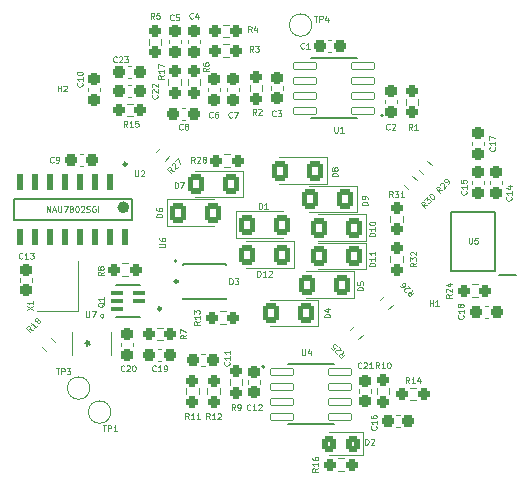
<source format=gbr>
%TF.GenerationSoftware,KiCad,Pcbnew,(6.0.4-0)*%
%TF.CreationDate,2022-11-29T10:20:57+01:00*%
%TF.ProjectId,RoundScanner,526f756e-6453-4636-916e-6e65722e6b69,2*%
%TF.SameCoordinates,Original*%
%TF.FileFunction,Legend,Top*%
%TF.FilePolarity,Positive*%
%FSLAX46Y46*%
G04 Gerber Fmt 4.6, Leading zero omitted, Abs format (unit mm)*
G04 Created by KiCad (PCBNEW (6.0.4-0)) date 2022-11-29 10:20:57*
%MOMM*%
%LPD*%
G01*
G04 APERTURE LIST*
G04 Aperture macros list*
%AMRoundRect*
0 Rectangle with rounded corners*
0 $1 Rounding radius*
0 $2 $3 $4 $5 $6 $7 $8 $9 X,Y pos of 4 corners*
0 Add a 4 corners polygon primitive as box body*
4,1,4,$2,$3,$4,$5,$6,$7,$8,$9,$2,$3,0*
0 Add four circle primitives for the rounded corners*
1,1,$1+$1,$2,$3*
1,1,$1+$1,$4,$5*
1,1,$1+$1,$6,$7*
1,1,$1+$1,$8,$9*
0 Add four rect primitives between the rounded corners*
20,1,$1+$1,$2,$3,$4,$5,0*
20,1,$1+$1,$4,$5,$6,$7,0*
20,1,$1+$1,$6,$7,$8,$9,0*
20,1,$1+$1,$8,$9,$2,$3,0*%
%AMHorizOval*
0 Thick line with rounded ends*
0 $1 width*
0 $2 $3 position (X,Y) of the first rounded end (center of the circle)*
0 $4 $5 position (X,Y) of the second rounded end (center of the circle)*
0 Add line between two ends*
20,1,$1,$2,$3,$4,$5,0*
0 Add two circle primitives to create the rounded ends*
1,1,$1,$2,$3*
1,1,$1,$4,$5*%
%AMRotRect*
0 Rectangle, with rotation*
0 The origin of the aperture is its center*
0 $1 length*
0 $2 width*
0 $3 Rotation angle, in degrees counterclockwise*
0 Add horizontal line*
21,1,$1,$2,0,0,$3*%
G04 Aperture macros list end*
%ADD10C,0.125000*%
%ADD11C,0.150000*%
%ADD12C,0.120000*%
%ADD13C,0.250000*%
%ADD14C,0.500000*%
%ADD15C,0.127000*%
%ADD16C,0.200000*%
%ADD17RoundRect,0.250001X0.462499X0.624999X-0.462499X0.624999X-0.462499X-0.624999X0.462499X-0.624999X0*%
%ADD18RoundRect,0.237500X-0.237500X0.300000X-0.237500X-0.300000X0.237500X-0.300000X0.237500X0.300000X0*%
%ADD19RoundRect,0.237500X0.237500X-0.300000X0.237500X0.300000X-0.237500X0.300000X-0.237500X-0.300000X0*%
%ADD20RoundRect,0.237500X0.344715X-0.008839X-0.008839X0.344715X-0.344715X0.008839X0.008839X-0.344715X0*%
%ADD21RoundRect,0.237500X-0.237500X0.250000X-0.237500X-0.250000X0.237500X-0.250000X0.237500X0.250000X0*%
%ADD22R,1.510292X0.412132*%
%ADD23RoundRect,0.206066X0.549080X0.000000X-0.549080X0.000000X-0.549080X0.000000X0.549080X0.000000X0*%
%ADD24RoundRect,0.237500X0.250000X0.237500X-0.250000X0.237500X-0.250000X-0.237500X0.250000X-0.237500X0*%
%ADD25RoundRect,0.237500X-0.250000X-0.237500X0.250000X-0.237500X0.250000X0.237500X-0.250000X0.237500X0*%
%ADD26C,1.500000*%
%ADD27C,3.500000*%
%ADD28R,1.200000X1.400000*%
%ADD29RoundRect,0.237500X-0.300000X-0.237500X0.300000X-0.237500X0.300000X0.237500X-0.300000X0.237500X0*%
%ADD30R,0.543390X1.874066*%
%ADD31RoundRect,0.271695X0.000000X0.665338X0.000000X-0.665338X0.000000X-0.665338X0.000000X0.665338X0*%
%ADD32RoundRect,0.237500X0.237500X-0.250000X0.237500X0.250000X-0.237500X0.250000X-0.237500X-0.250000X0*%
%ADD33RoundRect,0.042000X-0.943000X-0.258000X0.943000X-0.258000X0.943000X0.258000X-0.943000X0.258000X0*%
%ADD34RoundRect,0.237500X0.300000X0.237500X-0.300000X0.237500X-0.300000X-0.237500X0.300000X-0.237500X0*%
%ADD35RoundRect,0.237500X0.008839X0.344715X-0.344715X-0.008839X-0.008839X-0.344715X0.344715X0.008839X0*%
%ADD36R,0.550000X0.800000*%
%ADD37O,0.550000X0.800000*%
%ADD38RoundRect,0.042000X0.943000X0.258000X-0.943000X0.258000X-0.943000X-0.258000X0.943000X-0.258000X0*%
%ADD39RoundRect,0.250001X-0.462499X-0.624999X0.462499X-0.624999X0.462499X0.624999X-0.462499X0.624999X0*%
%ADD40R,2.100000X2.100000*%
%ADD41R,1.000000X2.100000*%
%ADD42R,1.475000X0.450000*%
%ADD43R,0.590000X0.690000*%
%ADD44RoundRect,0.250000X0.325000X0.450000X-0.325000X0.450000X-0.325000X-0.450000X0.325000X-0.450000X0*%
%ADD45RotRect,1.700000X1.700000X45.000000*%
%ADD46HorizOval,1.700000X0.000000X0.000000X0.000000X0.000000X0*%
%ADD47RotRect,1.700000X1.700000X225.000000*%
%ADD48HorizOval,1.700000X0.000000X0.000000X0.000000X0.000000X0*%
G04 APERTURE END LIST*
D10*
%TO.C,D8*%
X95476190Y-102223047D02*
X94976190Y-102223047D01*
X94976190Y-102104000D01*
X95000000Y-102032571D01*
X95047619Y-101984952D01*
X95095238Y-101961142D01*
X95190476Y-101937333D01*
X95261904Y-101937333D01*
X95357142Y-101961142D01*
X95404761Y-101984952D01*
X95452380Y-102032571D01*
X95476190Y-102104000D01*
X95476190Y-102223047D01*
X95190476Y-101651619D02*
X95166666Y-101699238D01*
X95142857Y-101723047D01*
X95095238Y-101746857D01*
X95071428Y-101746857D01*
X95023809Y-101723047D01*
X95000000Y-101699238D01*
X94976190Y-101651619D01*
X94976190Y-101556380D01*
X95000000Y-101508761D01*
X95023809Y-101484952D01*
X95071428Y-101461142D01*
X95095238Y-101461142D01*
X95142857Y-101484952D01*
X95166666Y-101508761D01*
X95190476Y-101556380D01*
X95190476Y-101651619D01*
X95214285Y-101699238D01*
X95238095Y-101723047D01*
X95285714Y-101746857D01*
X95380952Y-101746857D01*
X95428571Y-101723047D01*
X95452380Y-101699238D01*
X95476190Y-101651619D01*
X95476190Y-101556380D01*
X95452380Y-101508761D01*
X95428571Y-101484952D01*
X95380952Y-101461142D01*
X95285714Y-101461142D01*
X95238095Y-101484952D01*
X95214285Y-101508761D01*
X95190476Y-101556380D01*
%TO.C,C7*%
X86530666Y-97206571D02*
X86506857Y-97230380D01*
X86435428Y-97254190D01*
X86387809Y-97254190D01*
X86316380Y-97230380D01*
X86268761Y-97182761D01*
X86244952Y-97135142D01*
X86221142Y-97039904D01*
X86221142Y-96968476D01*
X86244952Y-96873238D01*
X86268761Y-96825619D01*
X86316380Y-96778000D01*
X86387809Y-96754190D01*
X86435428Y-96754190D01*
X86506857Y-96778000D01*
X86530666Y-96801809D01*
X86697333Y-96754190D02*
X87030666Y-96754190D01*
X86816380Y-97254190D01*
%TO.C,C13*%
X68766571Y-109144571D02*
X68742761Y-109168380D01*
X68671333Y-109192190D01*
X68623714Y-109192190D01*
X68552285Y-109168380D01*
X68504666Y-109120761D01*
X68480857Y-109073142D01*
X68457047Y-108977904D01*
X68457047Y-108906476D01*
X68480857Y-108811238D01*
X68504666Y-108763619D01*
X68552285Y-108716000D01*
X68623714Y-108692190D01*
X68671333Y-108692190D01*
X68742761Y-108716000D01*
X68766571Y-108739809D01*
X69242761Y-109192190D02*
X68957047Y-109192190D01*
X69099904Y-109192190D02*
X69099904Y-108692190D01*
X69052285Y-108763619D01*
X69004666Y-108811238D01*
X68957047Y-108835047D01*
X69409428Y-108692190D02*
X69718952Y-108692190D01*
X69552285Y-108882666D01*
X69623714Y-108882666D01*
X69671333Y-108906476D01*
X69695142Y-108930285D01*
X69718952Y-108977904D01*
X69718952Y-109096952D01*
X69695142Y-109144571D01*
X69671333Y-109168380D01*
X69623714Y-109192190D01*
X69480857Y-109192190D01*
X69433238Y-109168380D01*
X69409428Y-109144571D01*
%TO.C,R29*%
X104326656Y-103384225D02*
X104040446Y-103333717D01*
X104124625Y-103586255D02*
X103771072Y-103232702D01*
X103905759Y-103098015D01*
X103956267Y-103081179D01*
X103989938Y-103081179D01*
X104040446Y-103098015D01*
X104090954Y-103148522D01*
X104107790Y-103199030D01*
X104107790Y-103232702D01*
X104090954Y-103283209D01*
X103956267Y-103417896D01*
X104141461Y-102929656D02*
X104141461Y-102895984D01*
X104158297Y-102845477D01*
X104242477Y-102761297D01*
X104292984Y-102744461D01*
X104326656Y-102744461D01*
X104377164Y-102761297D01*
X104410835Y-102794969D01*
X104444507Y-102862312D01*
X104444507Y-103266374D01*
X104663374Y-103047507D01*
X104831732Y-102879148D02*
X104899076Y-102811805D01*
X104915912Y-102761297D01*
X104915912Y-102727625D01*
X104899076Y-102643446D01*
X104848568Y-102559267D01*
X104713881Y-102424580D01*
X104663374Y-102407744D01*
X104629702Y-102407744D01*
X104579194Y-102424580D01*
X104511851Y-102491923D01*
X104495015Y-102542431D01*
X104495015Y-102576103D01*
X104511851Y-102626610D01*
X104596030Y-102710790D01*
X104646538Y-102727625D01*
X104680209Y-102727625D01*
X104730717Y-102710790D01*
X104798061Y-102643446D01*
X104814896Y-102592938D01*
X104814896Y-102559267D01*
X104798061Y-102508759D01*
%TO.C,R1*%
X101770666Y-98270190D02*
X101604000Y-98032095D01*
X101484952Y-98270190D02*
X101484952Y-97770190D01*
X101675428Y-97770190D01*
X101723047Y-97794000D01*
X101746857Y-97817809D01*
X101770666Y-97865428D01*
X101770666Y-97936857D01*
X101746857Y-97984476D01*
X101723047Y-98008285D01*
X101675428Y-98032095D01*
X101484952Y-98032095D01*
X102246857Y-98270190D02*
X101961142Y-98270190D01*
X102104000Y-98270190D02*
X102104000Y-97770190D01*
X102056380Y-97841619D01*
X102008761Y-97889238D01*
X101961142Y-97913047D01*
%TO.C,C3*%
X90213666Y-97079571D02*
X90189857Y-97103380D01*
X90118428Y-97127190D01*
X90070809Y-97127190D01*
X89999380Y-97103380D01*
X89951761Y-97055761D01*
X89927952Y-97008142D01*
X89904142Y-96912904D01*
X89904142Y-96841476D01*
X89927952Y-96746238D01*
X89951761Y-96698619D01*
X89999380Y-96651000D01*
X90070809Y-96627190D01*
X90118428Y-96627190D01*
X90189857Y-96651000D01*
X90213666Y-96674809D01*
X90380333Y-96627190D02*
X90689857Y-96627190D01*
X90523190Y-96817666D01*
X90594619Y-96817666D01*
X90642238Y-96841476D01*
X90666047Y-96865285D01*
X90689857Y-96912904D01*
X90689857Y-97031952D01*
X90666047Y-97079571D01*
X90642238Y-97103380D01*
X90594619Y-97127190D01*
X90451761Y-97127190D01*
X90404142Y-97103380D01*
X90380333Y-97079571D01*
%TO.C,C5*%
X81577666Y-88951571D02*
X81553857Y-88975380D01*
X81482428Y-88999190D01*
X81434809Y-88999190D01*
X81363380Y-88975380D01*
X81315761Y-88927761D01*
X81291952Y-88880142D01*
X81268142Y-88784904D01*
X81268142Y-88713476D01*
X81291952Y-88618238D01*
X81315761Y-88570619D01*
X81363380Y-88523000D01*
X81434809Y-88499190D01*
X81482428Y-88499190D01*
X81553857Y-88523000D01*
X81577666Y-88546809D01*
X82030047Y-88499190D02*
X81791952Y-88499190D01*
X81768142Y-88737285D01*
X81791952Y-88713476D01*
X81839571Y-88689666D01*
X81958619Y-88689666D01*
X82006238Y-88713476D01*
X82030047Y-88737285D01*
X82053857Y-88784904D01*
X82053857Y-88903952D01*
X82030047Y-88951571D01*
X82006238Y-88975380D01*
X81958619Y-88999190D01*
X81839571Y-88999190D01*
X81791952Y-88975380D01*
X81768142Y-88951571D01*
%TO.C,Q1*%
X75711809Y-112896869D02*
X75688000Y-112944488D01*
X75640380Y-112992107D01*
X75568952Y-113063535D01*
X75545142Y-113111154D01*
X75545142Y-113158773D01*
X75664190Y-113134964D02*
X75640380Y-113182583D01*
X75592761Y-113230202D01*
X75497523Y-113254011D01*
X75330857Y-113254011D01*
X75235619Y-113230202D01*
X75188000Y-113182583D01*
X75164190Y-113134964D01*
X75164190Y-113039726D01*
X75188000Y-112992107D01*
X75235619Y-112944488D01*
X75330857Y-112920678D01*
X75497523Y-112920678D01*
X75592761Y-112944488D01*
X75640380Y-112992107D01*
X75664190Y-113039726D01*
X75664190Y-113134964D01*
X75664190Y-112444488D02*
X75664190Y-112730202D01*
X75664190Y-112587345D02*
X75164190Y-112587345D01*
X75235619Y-112634964D01*
X75283238Y-112682583D01*
X75307047Y-112730202D01*
%TO.C,R16*%
X93825190Y-126940428D02*
X93587095Y-127107095D01*
X93825190Y-127226142D02*
X93325190Y-127226142D01*
X93325190Y-127035666D01*
X93349000Y-126988047D01*
X93372809Y-126964238D01*
X93420428Y-126940428D01*
X93491857Y-126940428D01*
X93539476Y-126964238D01*
X93563285Y-126988047D01*
X93587095Y-127035666D01*
X93587095Y-127226142D01*
X93825190Y-126464238D02*
X93825190Y-126749952D01*
X93825190Y-126607095D02*
X93325190Y-126607095D01*
X93396619Y-126654714D01*
X93444238Y-126702333D01*
X93468047Y-126749952D01*
X93325190Y-126035666D02*
X93325190Y-126130904D01*
X93349000Y-126178523D01*
X93372809Y-126202333D01*
X93444238Y-126249952D01*
X93539476Y-126273761D01*
X93729952Y-126273761D01*
X93777571Y-126249952D01*
X93801380Y-126226142D01*
X93825190Y-126178523D01*
X93825190Y-126083285D01*
X93801380Y-126035666D01*
X93777571Y-126011857D01*
X93729952Y-125988047D01*
X93610904Y-125988047D01*
X93563285Y-126011857D01*
X93539476Y-126035666D01*
X93515666Y-126083285D01*
X93515666Y-126178523D01*
X93539476Y-126226142D01*
X93563285Y-126249952D01*
X93610904Y-126273761D01*
%TO.C,R4*%
X88181666Y-90015190D02*
X88015000Y-89777095D01*
X87895952Y-90015190D02*
X87895952Y-89515190D01*
X88086428Y-89515190D01*
X88134047Y-89539000D01*
X88157857Y-89562809D01*
X88181666Y-89610428D01*
X88181666Y-89681857D01*
X88157857Y-89729476D01*
X88134047Y-89753285D01*
X88086428Y-89777095D01*
X87895952Y-89777095D01*
X88610238Y-89681857D02*
X88610238Y-90015190D01*
X88491190Y-89491380D02*
X88372142Y-89848523D01*
X88681666Y-89848523D01*
%TO.C,R13*%
X83792190Y-114494428D02*
X83554095Y-114661095D01*
X83792190Y-114780142D02*
X83292190Y-114780142D01*
X83292190Y-114589666D01*
X83316000Y-114542047D01*
X83339809Y-114518238D01*
X83387428Y-114494428D01*
X83458857Y-114494428D01*
X83506476Y-114518238D01*
X83530285Y-114542047D01*
X83554095Y-114589666D01*
X83554095Y-114780142D01*
X83792190Y-114018238D02*
X83792190Y-114303952D01*
X83792190Y-114161095D02*
X83292190Y-114161095D01*
X83363619Y-114208714D01*
X83411238Y-114256333D01*
X83435047Y-114303952D01*
X83292190Y-113851571D02*
X83292190Y-113542047D01*
X83482666Y-113708714D01*
X83482666Y-113637285D01*
X83506476Y-113589666D01*
X83530285Y-113565857D01*
X83577904Y-113542047D01*
X83696952Y-113542047D01*
X83744571Y-113565857D01*
X83768380Y-113589666D01*
X83792190Y-113637285D01*
X83792190Y-113780142D01*
X83768380Y-113827761D01*
X83744571Y-113851571D01*
%TO.C,C20*%
X77402571Y-118669571D02*
X77378761Y-118693380D01*
X77307333Y-118717190D01*
X77259714Y-118717190D01*
X77188285Y-118693380D01*
X77140666Y-118645761D01*
X77116857Y-118598142D01*
X77093047Y-118502904D01*
X77093047Y-118431476D01*
X77116857Y-118336238D01*
X77140666Y-118288619D01*
X77188285Y-118241000D01*
X77259714Y-118217190D01*
X77307333Y-118217190D01*
X77378761Y-118241000D01*
X77402571Y-118264809D01*
X77593047Y-118264809D02*
X77616857Y-118241000D01*
X77664476Y-118217190D01*
X77783523Y-118217190D01*
X77831142Y-118241000D01*
X77854952Y-118264809D01*
X77878761Y-118312428D01*
X77878761Y-118360047D01*
X77854952Y-118431476D01*
X77569238Y-118717190D01*
X77878761Y-118717190D01*
X78188285Y-118217190D02*
X78235904Y-118217190D01*
X78283523Y-118241000D01*
X78307333Y-118264809D01*
X78331142Y-118312428D01*
X78354952Y-118407666D01*
X78354952Y-118526714D01*
X78331142Y-118621952D01*
X78307333Y-118669571D01*
X78283523Y-118693380D01*
X78235904Y-118717190D01*
X78188285Y-118717190D01*
X78140666Y-118693380D01*
X78116857Y-118669571D01*
X78093047Y-118621952D01*
X78069238Y-118526714D01*
X78069238Y-118407666D01*
X78093047Y-118312428D01*
X78116857Y-118264809D01*
X78140666Y-118241000D01*
X78188285Y-118217190D01*
%TO.C,TP1*%
X75569047Y-123297190D02*
X75854761Y-123297190D01*
X75711904Y-123797190D02*
X75711904Y-123297190D01*
X76021428Y-123797190D02*
X76021428Y-123297190D01*
X76211904Y-123297190D01*
X76259523Y-123321000D01*
X76283333Y-123344809D01*
X76307142Y-123392428D01*
X76307142Y-123463857D01*
X76283333Y-123511476D01*
X76259523Y-123535285D01*
X76211904Y-123559095D01*
X76021428Y-123559095D01*
X76783333Y-123797190D02*
X76497619Y-123797190D01*
X76640476Y-123797190D02*
X76640476Y-123297190D01*
X76592857Y-123368619D01*
X76545238Y-123416238D01*
X76497619Y-123440047D01*
%TO.C,R7*%
X82649190Y-115653333D02*
X82411095Y-115820000D01*
X82649190Y-115939047D02*
X82149190Y-115939047D01*
X82149190Y-115748571D01*
X82173000Y-115700952D01*
X82196809Y-115677142D01*
X82244428Y-115653333D01*
X82315857Y-115653333D01*
X82363476Y-115677142D01*
X82387285Y-115700952D01*
X82411095Y-115748571D01*
X82411095Y-115939047D01*
X82149190Y-115486666D02*
X82149190Y-115153333D01*
X82649190Y-115367619D01*
%TO.C,R6*%
X84554190Y-93047333D02*
X84316095Y-93214000D01*
X84554190Y-93333047D02*
X84054190Y-93333047D01*
X84054190Y-93142571D01*
X84078000Y-93094952D01*
X84101809Y-93071142D01*
X84149428Y-93047333D01*
X84220857Y-93047333D01*
X84268476Y-93071142D01*
X84292285Y-93094952D01*
X84316095Y-93142571D01*
X84316095Y-93333047D01*
X84054190Y-92618761D02*
X84054190Y-92714000D01*
X84078000Y-92761619D01*
X84101809Y-92785428D01*
X84173238Y-92833047D01*
X84268476Y-92856857D01*
X84458952Y-92856857D01*
X84506571Y-92833047D01*
X84530380Y-92809238D01*
X84554190Y-92761619D01*
X84554190Y-92666380D01*
X84530380Y-92618761D01*
X84506571Y-92594952D01*
X84458952Y-92571142D01*
X84339904Y-92571142D01*
X84292285Y-92594952D01*
X84268476Y-92618761D01*
X84244666Y-92666380D01*
X84244666Y-92761619D01*
X84268476Y-92809238D01*
X84292285Y-92833047D01*
X84339904Y-92856857D01*
%TO.C,H2*%
X71755047Y-95032190D02*
X71755047Y-94532190D01*
X71755047Y-94770285D02*
X72040761Y-94770285D01*
X72040761Y-95032190D02*
X72040761Y-94532190D01*
X72255047Y-94579809D02*
X72278857Y-94556000D01*
X72326476Y-94532190D01*
X72445523Y-94532190D01*
X72493142Y-94556000D01*
X72516952Y-94579809D01*
X72540761Y-94627428D01*
X72540761Y-94675047D01*
X72516952Y-94746476D01*
X72231238Y-95032190D01*
X72540761Y-95032190D01*
%TO.C,C2*%
X99865666Y-98222571D02*
X99841857Y-98246380D01*
X99770428Y-98270190D01*
X99722809Y-98270190D01*
X99651380Y-98246380D01*
X99603761Y-98198761D01*
X99579952Y-98151142D01*
X99556142Y-98055904D01*
X99556142Y-97984476D01*
X99579952Y-97889238D01*
X99603761Y-97841619D01*
X99651380Y-97794000D01*
X99722809Y-97770190D01*
X99770428Y-97770190D01*
X99841857Y-97794000D01*
X99865666Y-97817809D01*
X100056142Y-97817809D02*
X100079952Y-97794000D01*
X100127571Y-97770190D01*
X100246619Y-97770190D01*
X100294238Y-97794000D01*
X100318047Y-97817809D01*
X100341857Y-97865428D01*
X100341857Y-97913047D01*
X100318047Y-97984476D01*
X100032333Y-98270190D01*
X100341857Y-98270190D01*
%TO.C,C14*%
X110160571Y-103953428D02*
X110184380Y-103977238D01*
X110208190Y-104048666D01*
X110208190Y-104096285D01*
X110184380Y-104167714D01*
X110136761Y-104215333D01*
X110089142Y-104239142D01*
X109993904Y-104262952D01*
X109922476Y-104262952D01*
X109827238Y-104239142D01*
X109779619Y-104215333D01*
X109732000Y-104167714D01*
X109708190Y-104096285D01*
X109708190Y-104048666D01*
X109732000Y-103977238D01*
X109755809Y-103953428D01*
X110208190Y-103477238D02*
X110208190Y-103762952D01*
X110208190Y-103620095D02*
X109708190Y-103620095D01*
X109779619Y-103667714D01*
X109827238Y-103715333D01*
X109851047Y-103762952D01*
X109874857Y-103048666D02*
X110208190Y-103048666D01*
X109684380Y-103167714D02*
X110041523Y-103286761D01*
X110041523Y-102977238D01*
%TO.C,X1*%
X69195190Y-113561761D02*
X69695190Y-113228428D01*
X69195190Y-113228428D02*
X69695190Y-113561761D01*
X69695190Y-112776047D02*
X69695190Y-113061761D01*
X69695190Y-112918904D02*
X69195190Y-112918904D01*
X69266619Y-112966523D01*
X69314238Y-113014142D01*
X69338047Y-113061761D01*
%TO.C,D12*%
X88673857Y-110709190D02*
X88673857Y-110209190D01*
X88792904Y-110209190D01*
X88864333Y-110233000D01*
X88911952Y-110280619D01*
X88935761Y-110328238D01*
X88959571Y-110423476D01*
X88959571Y-110494904D01*
X88935761Y-110590142D01*
X88911952Y-110637761D01*
X88864333Y-110685380D01*
X88792904Y-110709190D01*
X88673857Y-110709190D01*
X89435761Y-110709190D02*
X89150047Y-110709190D01*
X89292904Y-110709190D02*
X89292904Y-110209190D01*
X89245285Y-110280619D01*
X89197666Y-110328238D01*
X89150047Y-110352047D01*
X89626238Y-110256809D02*
X89650047Y-110233000D01*
X89697666Y-110209190D01*
X89816714Y-110209190D01*
X89864333Y-110233000D01*
X89888142Y-110256809D01*
X89911952Y-110304428D01*
X89911952Y-110352047D01*
X89888142Y-110423476D01*
X89602428Y-110709190D01*
X89911952Y-110709190D01*
%TO.C,D10*%
X98651190Y-107287142D02*
X98151190Y-107287142D01*
X98151190Y-107168095D01*
X98175000Y-107096666D01*
X98222619Y-107049047D01*
X98270238Y-107025238D01*
X98365476Y-107001428D01*
X98436904Y-107001428D01*
X98532142Y-107025238D01*
X98579761Y-107049047D01*
X98627380Y-107096666D01*
X98651190Y-107168095D01*
X98651190Y-107287142D01*
X98651190Y-106525238D02*
X98651190Y-106810952D01*
X98651190Y-106668095D02*
X98151190Y-106668095D01*
X98222619Y-106715714D01*
X98270238Y-106763333D01*
X98294047Y-106810952D01*
X98151190Y-106215714D02*
X98151190Y-106168095D01*
X98175000Y-106120476D01*
X98198809Y-106096666D01*
X98246428Y-106072857D01*
X98341666Y-106049047D01*
X98460714Y-106049047D01*
X98555952Y-106072857D01*
X98603571Y-106096666D01*
X98627380Y-106120476D01*
X98651190Y-106168095D01*
X98651190Y-106215714D01*
X98627380Y-106263333D01*
X98603571Y-106287142D01*
X98555952Y-106310952D01*
X98460714Y-106334761D01*
X98341666Y-106334761D01*
X98246428Y-106310952D01*
X98198809Y-106287142D01*
X98175000Y-106263333D01*
X98151190Y-106215714D01*
%TO.C,D5*%
X97635190Y-111875047D02*
X97135190Y-111875047D01*
X97135190Y-111756000D01*
X97159000Y-111684571D01*
X97206619Y-111636952D01*
X97254238Y-111613142D01*
X97349476Y-111589333D01*
X97420904Y-111589333D01*
X97516142Y-111613142D01*
X97563761Y-111636952D01*
X97611380Y-111684571D01*
X97635190Y-111756000D01*
X97635190Y-111875047D01*
X97135190Y-111136952D02*
X97135190Y-111375047D01*
X97373285Y-111398857D01*
X97349476Y-111375047D01*
X97325666Y-111327428D01*
X97325666Y-111208380D01*
X97349476Y-111160761D01*
X97373285Y-111136952D01*
X97420904Y-111113142D01*
X97539952Y-111113142D01*
X97587571Y-111136952D01*
X97611380Y-111160761D01*
X97635190Y-111208380D01*
X97635190Y-111327428D01*
X97611380Y-111375047D01*
X97587571Y-111398857D01*
%TO.C,C16*%
X98730571Y-123384428D02*
X98754380Y-123408238D01*
X98778190Y-123479666D01*
X98778190Y-123527285D01*
X98754380Y-123598714D01*
X98706761Y-123646333D01*
X98659142Y-123670142D01*
X98563904Y-123693952D01*
X98492476Y-123693952D01*
X98397238Y-123670142D01*
X98349619Y-123646333D01*
X98302000Y-123598714D01*
X98278190Y-123527285D01*
X98278190Y-123479666D01*
X98302000Y-123408238D01*
X98325809Y-123384428D01*
X98778190Y-122908238D02*
X98778190Y-123193952D01*
X98778190Y-123051095D02*
X98278190Y-123051095D01*
X98349619Y-123098714D01*
X98397238Y-123146333D01*
X98421047Y-123193952D01*
X98278190Y-122479666D02*
X98278190Y-122574904D01*
X98302000Y-122622523D01*
X98325809Y-122646333D01*
X98397238Y-122693952D01*
X98492476Y-122717761D01*
X98682952Y-122717761D01*
X98730571Y-122693952D01*
X98754380Y-122670142D01*
X98778190Y-122622523D01*
X98778190Y-122527285D01*
X98754380Y-122479666D01*
X98730571Y-122455857D01*
X98682952Y-122432047D01*
X98563904Y-122432047D01*
X98516285Y-122455857D01*
X98492476Y-122479666D01*
X98468666Y-122527285D01*
X98468666Y-122622523D01*
X98492476Y-122670142D01*
X98516285Y-122693952D01*
X98563904Y-122717761D01*
%TO.C,D9*%
X98016190Y-104636047D02*
X97516190Y-104636047D01*
X97516190Y-104517000D01*
X97540000Y-104445571D01*
X97587619Y-104397952D01*
X97635238Y-104374142D01*
X97730476Y-104350333D01*
X97801904Y-104350333D01*
X97897142Y-104374142D01*
X97944761Y-104397952D01*
X97992380Y-104445571D01*
X98016190Y-104517000D01*
X98016190Y-104636047D01*
X98016190Y-104112238D02*
X98016190Y-104017000D01*
X97992380Y-103969380D01*
X97968571Y-103945571D01*
X97897142Y-103897952D01*
X97801904Y-103874142D01*
X97611428Y-103874142D01*
X97563809Y-103897952D01*
X97540000Y-103921761D01*
X97516190Y-103969380D01*
X97516190Y-104064619D01*
X97540000Y-104112238D01*
X97563809Y-104136047D01*
X97611428Y-104159857D01*
X97730476Y-104159857D01*
X97778095Y-104136047D01*
X97801904Y-104112238D01*
X97825714Y-104064619D01*
X97825714Y-103969380D01*
X97801904Y-103921761D01*
X97778095Y-103897952D01*
X97730476Y-103874142D01*
%TO.C,C17*%
X108763571Y-99762428D02*
X108787380Y-99786238D01*
X108811190Y-99857666D01*
X108811190Y-99905285D01*
X108787380Y-99976714D01*
X108739761Y-100024333D01*
X108692142Y-100048142D01*
X108596904Y-100071952D01*
X108525476Y-100071952D01*
X108430238Y-100048142D01*
X108382619Y-100024333D01*
X108335000Y-99976714D01*
X108311190Y-99905285D01*
X108311190Y-99857666D01*
X108335000Y-99786238D01*
X108358809Y-99762428D01*
X108811190Y-99286238D02*
X108811190Y-99571952D01*
X108811190Y-99429095D02*
X108311190Y-99429095D01*
X108382619Y-99476714D01*
X108430238Y-99524333D01*
X108454047Y-99571952D01*
X108311190Y-99119571D02*
X108311190Y-98786238D01*
X108811190Y-99000523D01*
%TO.C,U2*%
X78305297Y-101707190D02*
X78305297Y-102111952D01*
X78329107Y-102159571D01*
X78352916Y-102183380D01*
X78400535Y-102207190D01*
X78495773Y-102207190D01*
X78543392Y-102183380D01*
X78567202Y-102159571D01*
X78591011Y-102111952D01*
X78591011Y-101707190D01*
X78805297Y-101754809D02*
X78829107Y-101731000D01*
X78876726Y-101707190D01*
X78995773Y-101707190D01*
X79043392Y-101731000D01*
X79067202Y-101754809D01*
X79091011Y-101802428D01*
X79091011Y-101850047D01*
X79067202Y-101921476D01*
X78781488Y-102207190D01*
X79091011Y-102207190D01*
X70846428Y-105236690D02*
X70846428Y-104736690D01*
X71132142Y-105236690D01*
X71132142Y-104736690D01*
X71346428Y-105093833D02*
X71584523Y-105093833D01*
X71298809Y-105236690D02*
X71465476Y-104736690D01*
X71632142Y-105236690D01*
X71798809Y-104736690D02*
X71798809Y-105141452D01*
X71822619Y-105189071D01*
X71846428Y-105212880D01*
X71894047Y-105236690D01*
X71989285Y-105236690D01*
X72036904Y-105212880D01*
X72060714Y-105189071D01*
X72084523Y-105141452D01*
X72084523Y-104736690D01*
X72275000Y-104736690D02*
X72608333Y-104736690D01*
X72394047Y-105236690D01*
X72870238Y-104950976D02*
X72822619Y-104927166D01*
X72798809Y-104903357D01*
X72775000Y-104855738D01*
X72775000Y-104831928D01*
X72798809Y-104784309D01*
X72822619Y-104760500D01*
X72870238Y-104736690D01*
X72965476Y-104736690D01*
X73013095Y-104760500D01*
X73036904Y-104784309D01*
X73060714Y-104831928D01*
X73060714Y-104855738D01*
X73036904Y-104903357D01*
X73013095Y-104927166D01*
X72965476Y-104950976D01*
X72870238Y-104950976D01*
X72822619Y-104974785D01*
X72798809Y-104998595D01*
X72775000Y-105046214D01*
X72775000Y-105141452D01*
X72798809Y-105189071D01*
X72822619Y-105212880D01*
X72870238Y-105236690D01*
X72965476Y-105236690D01*
X73013095Y-105212880D01*
X73036904Y-105189071D01*
X73060714Y-105141452D01*
X73060714Y-105046214D01*
X73036904Y-104998595D01*
X73013095Y-104974785D01*
X72965476Y-104950976D01*
X73370238Y-104736690D02*
X73417857Y-104736690D01*
X73465476Y-104760500D01*
X73489285Y-104784309D01*
X73513095Y-104831928D01*
X73536904Y-104927166D01*
X73536904Y-105046214D01*
X73513095Y-105141452D01*
X73489285Y-105189071D01*
X73465476Y-105212880D01*
X73417857Y-105236690D01*
X73370238Y-105236690D01*
X73322619Y-105212880D01*
X73298809Y-105189071D01*
X73275000Y-105141452D01*
X73251190Y-105046214D01*
X73251190Y-104927166D01*
X73275000Y-104831928D01*
X73298809Y-104784309D01*
X73322619Y-104760500D01*
X73370238Y-104736690D01*
X73727380Y-104784309D02*
X73751190Y-104760500D01*
X73798809Y-104736690D01*
X73917857Y-104736690D01*
X73965476Y-104760500D01*
X73989285Y-104784309D01*
X74013095Y-104831928D01*
X74013095Y-104879547D01*
X73989285Y-104950976D01*
X73703571Y-105236690D01*
X74013095Y-105236690D01*
X74203571Y-105212880D02*
X74275000Y-105236690D01*
X74394047Y-105236690D01*
X74441666Y-105212880D01*
X74465476Y-105189071D01*
X74489285Y-105141452D01*
X74489285Y-105093833D01*
X74465476Y-105046214D01*
X74441666Y-105022404D01*
X74394047Y-104998595D01*
X74298809Y-104974785D01*
X74251190Y-104950976D01*
X74227380Y-104927166D01*
X74203571Y-104879547D01*
X74203571Y-104831928D01*
X74227380Y-104784309D01*
X74251190Y-104760500D01*
X74298809Y-104736690D01*
X74417857Y-104736690D01*
X74489285Y-104760500D01*
X74965476Y-104760500D02*
X74917857Y-104736690D01*
X74846428Y-104736690D01*
X74775000Y-104760500D01*
X74727380Y-104808119D01*
X74703571Y-104855738D01*
X74679761Y-104950976D01*
X74679761Y-105022404D01*
X74703571Y-105117642D01*
X74727380Y-105165261D01*
X74775000Y-105212880D01*
X74846428Y-105236690D01*
X74894047Y-105236690D01*
X74965476Y-105212880D01*
X74989285Y-105189071D01*
X74989285Y-105022404D01*
X74894047Y-105022404D01*
X75203571Y-105236690D02*
X75203571Y-104736690D01*
%TO.C,R2*%
X88562666Y-97000190D02*
X88396000Y-96762095D01*
X88276952Y-97000190D02*
X88276952Y-96500190D01*
X88467428Y-96500190D01*
X88515047Y-96524000D01*
X88538857Y-96547809D01*
X88562666Y-96595428D01*
X88562666Y-96666857D01*
X88538857Y-96714476D01*
X88515047Y-96738285D01*
X88467428Y-96762095D01*
X88276952Y-96762095D01*
X88753142Y-96547809D02*
X88776952Y-96524000D01*
X88824571Y-96500190D01*
X88943619Y-96500190D01*
X88991238Y-96524000D01*
X89015047Y-96547809D01*
X89038857Y-96595428D01*
X89038857Y-96643047D01*
X89015047Y-96714476D01*
X88729333Y-97000190D01*
X89038857Y-97000190D01*
%TO.C,U4*%
X92440710Y-116839190D02*
X92440710Y-117243952D01*
X92464520Y-117291571D01*
X92488329Y-117315380D01*
X92535948Y-117339190D01*
X92631186Y-117339190D01*
X92678805Y-117315380D01*
X92702615Y-117291571D01*
X92726424Y-117243952D01*
X92726424Y-116839190D01*
X93178805Y-117005857D02*
X93178805Y-117339190D01*
X93059758Y-116815380D02*
X92940710Y-117172523D01*
X93250234Y-117172523D01*
%TO.C,D4*%
X94841190Y-114161047D02*
X94341190Y-114161047D01*
X94341190Y-114042000D01*
X94365000Y-113970571D01*
X94412619Y-113922952D01*
X94460238Y-113899142D01*
X94555476Y-113875333D01*
X94626904Y-113875333D01*
X94722142Y-113899142D01*
X94769761Y-113922952D01*
X94817380Y-113970571D01*
X94841190Y-114042000D01*
X94841190Y-114161047D01*
X94507857Y-113446761D02*
X94841190Y-113446761D01*
X94317380Y-113565809D02*
X94674523Y-113684857D01*
X94674523Y-113375333D01*
%TO.C,R12*%
X84641571Y-122781190D02*
X84474904Y-122543095D01*
X84355857Y-122781190D02*
X84355857Y-122281190D01*
X84546333Y-122281190D01*
X84593952Y-122305000D01*
X84617761Y-122328809D01*
X84641571Y-122376428D01*
X84641571Y-122447857D01*
X84617761Y-122495476D01*
X84593952Y-122519285D01*
X84546333Y-122543095D01*
X84355857Y-122543095D01*
X85117761Y-122781190D02*
X84832047Y-122781190D01*
X84974904Y-122781190D02*
X84974904Y-122281190D01*
X84927285Y-122352619D01*
X84879666Y-122400238D01*
X84832047Y-122424047D01*
X85308238Y-122328809D02*
X85332047Y-122305000D01*
X85379666Y-122281190D01*
X85498714Y-122281190D01*
X85546333Y-122305000D01*
X85570142Y-122328809D01*
X85593952Y-122376428D01*
X85593952Y-122424047D01*
X85570142Y-122495476D01*
X85284428Y-122781190D01*
X85593952Y-122781190D01*
%TO.C,C11*%
X86284571Y-117923428D02*
X86308380Y-117947238D01*
X86332190Y-118018666D01*
X86332190Y-118066285D01*
X86308380Y-118137714D01*
X86260761Y-118185333D01*
X86213142Y-118209142D01*
X86117904Y-118232952D01*
X86046476Y-118232952D01*
X85951238Y-118209142D01*
X85903619Y-118185333D01*
X85856000Y-118137714D01*
X85832190Y-118066285D01*
X85832190Y-118018666D01*
X85856000Y-117947238D01*
X85879809Y-117923428D01*
X86332190Y-117447238D02*
X86332190Y-117732952D01*
X86332190Y-117590095D02*
X85832190Y-117590095D01*
X85903619Y-117637714D01*
X85951238Y-117685333D01*
X85975047Y-117732952D01*
X86332190Y-116971047D02*
X86332190Y-117256761D01*
X86332190Y-117113904D02*
X85832190Y-117113904D01*
X85903619Y-117161523D01*
X85951238Y-117209142D01*
X85975047Y-117256761D01*
%TO.C,C6*%
X84879666Y-97206571D02*
X84855857Y-97230380D01*
X84784428Y-97254190D01*
X84736809Y-97254190D01*
X84665380Y-97230380D01*
X84617761Y-97182761D01*
X84593952Y-97135142D01*
X84570142Y-97039904D01*
X84570142Y-96968476D01*
X84593952Y-96873238D01*
X84617761Y-96825619D01*
X84665380Y-96778000D01*
X84736809Y-96754190D01*
X84784428Y-96754190D01*
X84855857Y-96778000D01*
X84879666Y-96801809D01*
X85308238Y-96754190D02*
X85213000Y-96754190D01*
X85165380Y-96778000D01*
X85141571Y-96801809D01*
X85093952Y-96873238D01*
X85070142Y-96968476D01*
X85070142Y-97158952D01*
X85093952Y-97206571D01*
X85117761Y-97230380D01*
X85165380Y-97254190D01*
X85260619Y-97254190D01*
X85308238Y-97230380D01*
X85332047Y-97206571D01*
X85355857Y-97158952D01*
X85355857Y-97039904D01*
X85332047Y-96992285D01*
X85308238Y-96968476D01*
X85260619Y-96944666D01*
X85165380Y-96944666D01*
X85117761Y-96968476D01*
X85093952Y-96992285D01*
X85070142Y-97039904D01*
%TO.C,R28*%
X83371571Y-101064190D02*
X83204904Y-100826095D01*
X83085857Y-101064190D02*
X83085857Y-100564190D01*
X83276333Y-100564190D01*
X83323952Y-100588000D01*
X83347761Y-100611809D01*
X83371571Y-100659428D01*
X83371571Y-100730857D01*
X83347761Y-100778476D01*
X83323952Y-100802285D01*
X83276333Y-100826095D01*
X83085857Y-100826095D01*
X83562047Y-100611809D02*
X83585857Y-100588000D01*
X83633476Y-100564190D01*
X83752523Y-100564190D01*
X83800142Y-100588000D01*
X83823952Y-100611809D01*
X83847761Y-100659428D01*
X83847761Y-100707047D01*
X83823952Y-100778476D01*
X83538238Y-101064190D01*
X83847761Y-101064190D01*
X84133476Y-100778476D02*
X84085857Y-100754666D01*
X84062047Y-100730857D01*
X84038238Y-100683238D01*
X84038238Y-100659428D01*
X84062047Y-100611809D01*
X84085857Y-100588000D01*
X84133476Y-100564190D01*
X84228714Y-100564190D01*
X84276333Y-100588000D01*
X84300142Y-100611809D01*
X84323952Y-100659428D01*
X84323952Y-100683238D01*
X84300142Y-100730857D01*
X84276333Y-100754666D01*
X84228714Y-100778476D01*
X84133476Y-100778476D01*
X84085857Y-100802285D01*
X84062047Y-100826095D01*
X84038238Y-100873714D01*
X84038238Y-100968952D01*
X84062047Y-101016571D01*
X84085857Y-101040380D01*
X84133476Y-101064190D01*
X84228714Y-101064190D01*
X84276333Y-101040380D01*
X84300142Y-101016571D01*
X84323952Y-100968952D01*
X84323952Y-100873714D01*
X84300142Y-100826095D01*
X84276333Y-100802285D01*
X84228714Y-100778476D01*
%TO.C,R14*%
X101532571Y-119733190D02*
X101365904Y-119495095D01*
X101246857Y-119733190D02*
X101246857Y-119233190D01*
X101437333Y-119233190D01*
X101484952Y-119257000D01*
X101508761Y-119280809D01*
X101532571Y-119328428D01*
X101532571Y-119399857D01*
X101508761Y-119447476D01*
X101484952Y-119471285D01*
X101437333Y-119495095D01*
X101246857Y-119495095D01*
X102008761Y-119733190D02*
X101723047Y-119733190D01*
X101865904Y-119733190D02*
X101865904Y-119233190D01*
X101818285Y-119304619D01*
X101770666Y-119352238D01*
X101723047Y-119376047D01*
X102437333Y-119399857D02*
X102437333Y-119733190D01*
X102318285Y-119209380D02*
X102199238Y-119566523D01*
X102508761Y-119566523D01*
%TO.C,R8*%
X75664190Y-110319333D02*
X75426095Y-110486000D01*
X75664190Y-110605047D02*
X75164190Y-110605047D01*
X75164190Y-110414571D01*
X75188000Y-110366952D01*
X75211809Y-110343142D01*
X75259428Y-110319333D01*
X75330857Y-110319333D01*
X75378476Y-110343142D01*
X75402285Y-110366952D01*
X75426095Y-110414571D01*
X75426095Y-110605047D01*
X75378476Y-110033619D02*
X75354666Y-110081238D01*
X75330857Y-110105047D01*
X75283238Y-110128857D01*
X75259428Y-110128857D01*
X75211809Y-110105047D01*
X75188000Y-110081238D01*
X75164190Y-110033619D01*
X75164190Y-109938380D01*
X75188000Y-109890761D01*
X75211809Y-109866952D01*
X75259428Y-109843142D01*
X75283238Y-109843142D01*
X75330857Y-109866952D01*
X75354666Y-109890761D01*
X75378476Y-109938380D01*
X75378476Y-110033619D01*
X75402285Y-110081238D01*
X75426095Y-110105047D01*
X75473714Y-110128857D01*
X75568952Y-110128857D01*
X75616571Y-110105047D01*
X75640380Y-110081238D01*
X75664190Y-110033619D01*
X75664190Y-109938380D01*
X75640380Y-109890761D01*
X75616571Y-109866952D01*
X75568952Y-109843142D01*
X75473714Y-109843142D01*
X75426095Y-109866952D01*
X75402285Y-109890761D01*
X75378476Y-109938380D01*
%TO.C,R26*%
X101733225Y-111827343D02*
X101682717Y-112113553D01*
X101935255Y-112029374D02*
X101581702Y-112382927D01*
X101447015Y-112248240D01*
X101430179Y-112197732D01*
X101430179Y-112164061D01*
X101447015Y-112113553D01*
X101497522Y-112063045D01*
X101548030Y-112046209D01*
X101581702Y-112046209D01*
X101632209Y-112063045D01*
X101766896Y-112197732D01*
X101278656Y-112012538D02*
X101244984Y-112012538D01*
X101194477Y-111995702D01*
X101110297Y-111911522D01*
X101093461Y-111861015D01*
X101093461Y-111827343D01*
X101110297Y-111776835D01*
X101143969Y-111743164D01*
X101211312Y-111709492D01*
X101615374Y-111709492D01*
X101396507Y-111490625D01*
X100739908Y-111541133D02*
X100807251Y-111608477D01*
X100857759Y-111625312D01*
X100891431Y-111625312D01*
X100975610Y-111608477D01*
X101059790Y-111557969D01*
X101194477Y-111423282D01*
X101211312Y-111372774D01*
X101211312Y-111339103D01*
X101194477Y-111288595D01*
X101127133Y-111221251D01*
X101076625Y-111204416D01*
X101042954Y-111204416D01*
X100992446Y-111221251D01*
X100908267Y-111305431D01*
X100891431Y-111355938D01*
X100891431Y-111389610D01*
X100908267Y-111440118D01*
X100975610Y-111507461D01*
X101026118Y-111524297D01*
X101059790Y-111524297D01*
X101110297Y-111507461D01*
%TO.C,C10*%
X73838571Y-94301428D02*
X73862380Y-94325238D01*
X73886190Y-94396666D01*
X73886190Y-94444285D01*
X73862380Y-94515714D01*
X73814761Y-94563333D01*
X73767142Y-94587142D01*
X73671904Y-94610952D01*
X73600476Y-94610952D01*
X73505238Y-94587142D01*
X73457619Y-94563333D01*
X73410000Y-94515714D01*
X73386190Y-94444285D01*
X73386190Y-94396666D01*
X73410000Y-94325238D01*
X73433809Y-94301428D01*
X73886190Y-93825238D02*
X73886190Y-94110952D01*
X73886190Y-93968095D02*
X73386190Y-93968095D01*
X73457619Y-94015714D01*
X73505238Y-94063333D01*
X73529047Y-94110952D01*
X73386190Y-93515714D02*
X73386190Y-93468095D01*
X73410000Y-93420476D01*
X73433809Y-93396666D01*
X73481428Y-93372857D01*
X73576666Y-93349047D01*
X73695714Y-93349047D01*
X73790952Y-93372857D01*
X73838571Y-93396666D01*
X73862380Y-93420476D01*
X73886190Y-93468095D01*
X73886190Y-93515714D01*
X73862380Y-93563333D01*
X73838571Y-93587142D01*
X73790952Y-93610952D01*
X73695714Y-93634761D01*
X73576666Y-93634761D01*
X73481428Y-93610952D01*
X73433809Y-93587142D01*
X73410000Y-93563333D01*
X73386190Y-93515714D01*
%TO.C,H1*%
X103251047Y-113193190D02*
X103251047Y-112693190D01*
X103251047Y-112931285D02*
X103536761Y-112931285D01*
X103536761Y-113193190D02*
X103536761Y-112693190D01*
X104036761Y-113193190D02*
X103751047Y-113193190D01*
X103893904Y-113193190D02*
X103893904Y-112693190D01*
X103846285Y-112764619D01*
X103798666Y-112812238D01*
X103751047Y-112836047D01*
%TO.C,TP4*%
X93476047Y-88626190D02*
X93761761Y-88626190D01*
X93618904Y-89126190D02*
X93618904Y-88626190D01*
X93928428Y-89126190D02*
X93928428Y-88626190D01*
X94118904Y-88626190D01*
X94166523Y-88650000D01*
X94190333Y-88673809D01*
X94214142Y-88721428D01*
X94214142Y-88792857D01*
X94190333Y-88840476D01*
X94166523Y-88864285D01*
X94118904Y-88888095D01*
X93928428Y-88888095D01*
X94642714Y-88792857D02*
X94642714Y-89126190D01*
X94523666Y-88602380D02*
X94404619Y-88959523D01*
X94714142Y-88959523D01*
%TO.C,R18*%
X69655656Y-115195225D02*
X69369446Y-115144717D01*
X69453625Y-115397255D02*
X69100072Y-115043702D01*
X69234759Y-114909015D01*
X69285267Y-114892179D01*
X69318938Y-114892179D01*
X69369446Y-114909015D01*
X69419954Y-114959522D01*
X69436790Y-115010030D01*
X69436790Y-115043702D01*
X69419954Y-115094209D01*
X69285267Y-115228896D01*
X69992374Y-114858507D02*
X69790343Y-115060538D01*
X69891358Y-114959522D02*
X69537805Y-114605969D01*
X69554641Y-114690148D01*
X69554641Y-114757492D01*
X69537805Y-114808000D01*
X69992374Y-114454446D02*
X69941866Y-114471282D01*
X69908194Y-114471282D01*
X69857687Y-114454446D01*
X69840851Y-114437610D01*
X69824015Y-114387103D01*
X69824015Y-114353431D01*
X69840851Y-114302923D01*
X69908194Y-114235580D01*
X69958702Y-114218744D01*
X69992374Y-114218744D01*
X70042881Y-114235580D01*
X70059717Y-114252416D01*
X70076553Y-114302923D01*
X70076553Y-114336595D01*
X70059717Y-114387103D01*
X69992374Y-114454446D01*
X69975538Y-114504954D01*
X69975538Y-114538625D01*
X69992374Y-114589133D01*
X70059717Y-114656477D01*
X70110225Y-114673312D01*
X70143896Y-114673312D01*
X70194404Y-114656477D01*
X70261748Y-114589133D01*
X70278583Y-114538625D01*
X70278583Y-114504954D01*
X70261748Y-114454446D01*
X70194404Y-114387103D01*
X70143896Y-114370267D01*
X70110225Y-114370267D01*
X70059717Y-114387103D01*
%TO.C,C15*%
X106350571Y-103445428D02*
X106374380Y-103469238D01*
X106398190Y-103540666D01*
X106398190Y-103588285D01*
X106374380Y-103659714D01*
X106326761Y-103707333D01*
X106279142Y-103731142D01*
X106183904Y-103754952D01*
X106112476Y-103754952D01*
X106017238Y-103731142D01*
X105969619Y-103707333D01*
X105922000Y-103659714D01*
X105898190Y-103588285D01*
X105898190Y-103540666D01*
X105922000Y-103469238D01*
X105945809Y-103445428D01*
X106398190Y-102969238D02*
X106398190Y-103254952D01*
X106398190Y-103112095D02*
X105898190Y-103112095D01*
X105969619Y-103159714D01*
X106017238Y-103207333D01*
X106041047Y-103254952D01*
X105898190Y-102516857D02*
X105898190Y-102754952D01*
X106136285Y-102778761D01*
X106112476Y-102754952D01*
X106088666Y-102707333D01*
X106088666Y-102588285D01*
X106112476Y-102540666D01*
X106136285Y-102516857D01*
X106183904Y-102493047D01*
X106302952Y-102493047D01*
X106350571Y-102516857D01*
X106374380Y-102540666D01*
X106398190Y-102588285D01*
X106398190Y-102707333D01*
X106374380Y-102754952D01*
X106350571Y-102778761D01*
%TO.C,R31*%
X100135571Y-103985190D02*
X99968904Y-103747095D01*
X99849857Y-103985190D02*
X99849857Y-103485190D01*
X100040333Y-103485190D01*
X100087952Y-103509000D01*
X100111761Y-103532809D01*
X100135571Y-103580428D01*
X100135571Y-103651857D01*
X100111761Y-103699476D01*
X100087952Y-103723285D01*
X100040333Y-103747095D01*
X99849857Y-103747095D01*
X100302238Y-103485190D02*
X100611761Y-103485190D01*
X100445095Y-103675666D01*
X100516523Y-103675666D01*
X100564142Y-103699476D01*
X100587952Y-103723285D01*
X100611761Y-103770904D01*
X100611761Y-103889952D01*
X100587952Y-103937571D01*
X100564142Y-103961380D01*
X100516523Y-103985190D01*
X100373666Y-103985190D01*
X100326047Y-103961380D01*
X100302238Y-103937571D01*
X101087952Y-103985190D02*
X100802238Y-103985190D01*
X100945095Y-103985190D02*
X100945095Y-103485190D01*
X100897476Y-103556619D01*
X100849857Y-103604238D01*
X100802238Y-103628047D01*
%TO.C,U7*%
X74168047Y-113645190D02*
X74168047Y-114049952D01*
X74191857Y-114097571D01*
X74215666Y-114121380D01*
X74263285Y-114145190D01*
X74358523Y-114145190D01*
X74406142Y-114121380D01*
X74429952Y-114097571D01*
X74453761Y-114049952D01*
X74453761Y-113645190D01*
X74644238Y-113645190D02*
X74977571Y-113645190D01*
X74763285Y-114145190D01*
D11*
X74064880Y-116341500D02*
X74302976Y-116341500D01*
X74207738Y-116579595D02*
X74302976Y-116341500D01*
X74207738Y-116103404D01*
X74493452Y-116484357D02*
X74302976Y-116341500D01*
X74493452Y-116198642D01*
D10*
%TO.C,U1*%
X95184047Y-98005190D02*
X95184047Y-98409952D01*
X95207857Y-98457571D01*
X95231666Y-98481380D01*
X95279285Y-98505190D01*
X95374523Y-98505190D01*
X95422142Y-98481380D01*
X95445952Y-98457571D01*
X95469761Y-98409952D01*
X95469761Y-98005190D01*
X95969761Y-98505190D02*
X95684047Y-98505190D01*
X95826904Y-98505190D02*
X95826904Y-98005190D01*
X95779285Y-98076619D01*
X95731666Y-98124238D01*
X95684047Y-98148047D01*
%TO.C,R11*%
X82863571Y-122781190D02*
X82696904Y-122543095D01*
X82577857Y-122781190D02*
X82577857Y-122281190D01*
X82768333Y-122281190D01*
X82815952Y-122305000D01*
X82839761Y-122328809D01*
X82863571Y-122376428D01*
X82863571Y-122447857D01*
X82839761Y-122495476D01*
X82815952Y-122519285D01*
X82768333Y-122543095D01*
X82577857Y-122543095D01*
X83339761Y-122781190D02*
X83054047Y-122781190D01*
X83196904Y-122781190D02*
X83196904Y-122281190D01*
X83149285Y-122352619D01*
X83101666Y-122400238D01*
X83054047Y-122424047D01*
X83815952Y-122781190D02*
X83530238Y-122781190D01*
X83673095Y-122781190D02*
X83673095Y-122281190D01*
X83625476Y-122352619D01*
X83577857Y-122400238D01*
X83530238Y-122424047D01*
%TO.C,D1*%
X88784952Y-104978190D02*
X88784952Y-104478190D01*
X88904000Y-104478190D01*
X88975428Y-104502000D01*
X89023047Y-104549619D01*
X89046857Y-104597238D01*
X89070666Y-104692476D01*
X89070666Y-104763904D01*
X89046857Y-104859142D01*
X89023047Y-104906761D01*
X88975428Y-104954380D01*
X88904000Y-104978190D01*
X88784952Y-104978190D01*
X89546857Y-104978190D02*
X89261142Y-104978190D01*
X89404000Y-104978190D02*
X89404000Y-104478190D01*
X89356380Y-104549619D01*
X89308761Y-104597238D01*
X89261142Y-104621047D01*
%TO.C,C8*%
X82339666Y-98222571D02*
X82315857Y-98246380D01*
X82244428Y-98270190D01*
X82196809Y-98270190D01*
X82125380Y-98246380D01*
X82077761Y-98198761D01*
X82053952Y-98151142D01*
X82030142Y-98055904D01*
X82030142Y-97984476D01*
X82053952Y-97889238D01*
X82077761Y-97841619D01*
X82125380Y-97794000D01*
X82196809Y-97770190D01*
X82244428Y-97770190D01*
X82315857Y-97794000D01*
X82339666Y-97817809D01*
X82625380Y-97984476D02*
X82577761Y-97960666D01*
X82553952Y-97936857D01*
X82530142Y-97889238D01*
X82530142Y-97865428D01*
X82553952Y-97817809D01*
X82577761Y-97794000D01*
X82625380Y-97770190D01*
X82720619Y-97770190D01*
X82768238Y-97794000D01*
X82792047Y-97817809D01*
X82815857Y-97865428D01*
X82815857Y-97889238D01*
X82792047Y-97936857D01*
X82768238Y-97960666D01*
X82720619Y-97984476D01*
X82625380Y-97984476D01*
X82577761Y-98008285D01*
X82553952Y-98032095D01*
X82530142Y-98079714D01*
X82530142Y-98174952D01*
X82553952Y-98222571D01*
X82577761Y-98246380D01*
X82625380Y-98270190D01*
X82720619Y-98270190D01*
X82768238Y-98246380D01*
X82792047Y-98222571D01*
X82815857Y-98174952D01*
X82815857Y-98079714D01*
X82792047Y-98032095D01*
X82768238Y-98008285D01*
X82720619Y-97984476D01*
%TO.C,C9*%
X71417666Y-101016571D02*
X71393857Y-101040380D01*
X71322428Y-101064190D01*
X71274809Y-101064190D01*
X71203380Y-101040380D01*
X71155761Y-100992761D01*
X71131952Y-100945142D01*
X71108142Y-100849904D01*
X71108142Y-100778476D01*
X71131952Y-100683238D01*
X71155761Y-100635619D01*
X71203380Y-100588000D01*
X71274809Y-100564190D01*
X71322428Y-100564190D01*
X71393857Y-100588000D01*
X71417666Y-100611809D01*
X71655761Y-101064190D02*
X71751000Y-101064190D01*
X71798619Y-101040380D01*
X71822428Y-101016571D01*
X71870047Y-100945142D01*
X71893857Y-100849904D01*
X71893857Y-100659428D01*
X71870047Y-100611809D01*
X71846238Y-100588000D01*
X71798619Y-100564190D01*
X71703380Y-100564190D01*
X71655761Y-100588000D01*
X71631952Y-100611809D01*
X71608142Y-100659428D01*
X71608142Y-100778476D01*
X71631952Y-100826095D01*
X71655761Y-100849904D01*
X71703380Y-100873714D01*
X71798619Y-100873714D01*
X71846238Y-100849904D01*
X71870047Y-100826095D01*
X71893857Y-100778476D01*
%TO.C,D3*%
X86310607Y-111351190D02*
X86310607Y-110851190D01*
X86429654Y-110851190D01*
X86501083Y-110875000D01*
X86548702Y-110922619D01*
X86572511Y-110970238D01*
X86596321Y-111065476D01*
X86596321Y-111136904D01*
X86572511Y-111232142D01*
X86548702Y-111279761D01*
X86501083Y-111327380D01*
X86429654Y-111351190D01*
X86310607Y-111351190D01*
X86762988Y-110851190D02*
X87072511Y-110851190D01*
X86905845Y-111041666D01*
X86977273Y-111041666D01*
X87024892Y-111065476D01*
X87048702Y-111089285D01*
X87072511Y-111136904D01*
X87072511Y-111255952D01*
X87048702Y-111303571D01*
X87024892Y-111327380D01*
X86977273Y-111351190D01*
X86834416Y-111351190D01*
X86786797Y-111327380D01*
X86762988Y-111303571D01*
%TO.C,C22*%
X80188571Y-95317428D02*
X80212380Y-95341238D01*
X80236190Y-95412666D01*
X80236190Y-95460285D01*
X80212380Y-95531714D01*
X80164761Y-95579333D01*
X80117142Y-95603142D01*
X80021904Y-95626952D01*
X79950476Y-95626952D01*
X79855238Y-95603142D01*
X79807619Y-95579333D01*
X79760000Y-95531714D01*
X79736190Y-95460285D01*
X79736190Y-95412666D01*
X79760000Y-95341238D01*
X79783809Y-95317428D01*
X79783809Y-95126952D02*
X79760000Y-95103142D01*
X79736190Y-95055523D01*
X79736190Y-94936476D01*
X79760000Y-94888857D01*
X79783809Y-94865047D01*
X79831428Y-94841238D01*
X79879047Y-94841238D01*
X79950476Y-94865047D01*
X80236190Y-95150761D01*
X80236190Y-94841238D01*
X79783809Y-94650761D02*
X79760000Y-94626952D01*
X79736190Y-94579333D01*
X79736190Y-94460285D01*
X79760000Y-94412666D01*
X79783809Y-94388857D01*
X79831428Y-94365047D01*
X79879047Y-94365047D01*
X79950476Y-94388857D01*
X80236190Y-94674571D01*
X80236190Y-94365047D01*
%TO.C,R27*%
X81588819Y-101728388D02*
X81302609Y-101677880D01*
X81386788Y-101930418D02*
X81033235Y-101576865D01*
X81167922Y-101442178D01*
X81218430Y-101425342D01*
X81252101Y-101425342D01*
X81302609Y-101442178D01*
X81353117Y-101492685D01*
X81369953Y-101543193D01*
X81369953Y-101576865D01*
X81353117Y-101627372D01*
X81218430Y-101762059D01*
X81403624Y-101273819D02*
X81403624Y-101240147D01*
X81420460Y-101189640D01*
X81504640Y-101105460D01*
X81555147Y-101088624D01*
X81588819Y-101088624D01*
X81639327Y-101105460D01*
X81672998Y-101139132D01*
X81706670Y-101206475D01*
X81706670Y-101610537D01*
X81925537Y-101391670D01*
X81689834Y-100920266D02*
X81925537Y-100684563D01*
X82127567Y-101189640D01*
%TO.C,D11*%
X98651190Y-109827142D02*
X98151190Y-109827142D01*
X98151190Y-109708095D01*
X98175000Y-109636666D01*
X98222619Y-109589047D01*
X98270238Y-109565238D01*
X98365476Y-109541428D01*
X98436904Y-109541428D01*
X98532142Y-109565238D01*
X98579761Y-109589047D01*
X98627380Y-109636666D01*
X98651190Y-109708095D01*
X98651190Y-109827142D01*
X98651190Y-109065238D02*
X98651190Y-109350952D01*
X98651190Y-109208095D02*
X98151190Y-109208095D01*
X98222619Y-109255714D01*
X98270238Y-109303333D01*
X98294047Y-109350952D01*
X98651190Y-108589047D02*
X98651190Y-108874761D01*
X98651190Y-108731904D02*
X98151190Y-108731904D01*
X98222619Y-108779523D01*
X98270238Y-108827142D01*
X98294047Y-108874761D01*
%TO.C,C23*%
X76767571Y-92507571D02*
X76743761Y-92531380D01*
X76672333Y-92555190D01*
X76624714Y-92555190D01*
X76553285Y-92531380D01*
X76505666Y-92483761D01*
X76481857Y-92436142D01*
X76458047Y-92340904D01*
X76458047Y-92269476D01*
X76481857Y-92174238D01*
X76505666Y-92126619D01*
X76553285Y-92079000D01*
X76624714Y-92055190D01*
X76672333Y-92055190D01*
X76743761Y-92079000D01*
X76767571Y-92102809D01*
X76958047Y-92102809D02*
X76981857Y-92079000D01*
X77029476Y-92055190D01*
X77148523Y-92055190D01*
X77196142Y-92079000D01*
X77219952Y-92102809D01*
X77243761Y-92150428D01*
X77243761Y-92198047D01*
X77219952Y-92269476D01*
X76934238Y-92555190D01*
X77243761Y-92555190D01*
X77410428Y-92055190D02*
X77719952Y-92055190D01*
X77553285Y-92245666D01*
X77624714Y-92245666D01*
X77672333Y-92269476D01*
X77696142Y-92293285D01*
X77719952Y-92340904D01*
X77719952Y-92459952D01*
X77696142Y-92507571D01*
X77672333Y-92531380D01*
X77624714Y-92555190D01*
X77481857Y-92555190D01*
X77434238Y-92531380D01*
X77410428Y-92507571D01*
%TO.C,R10*%
X98992571Y-118463190D02*
X98825904Y-118225095D01*
X98706857Y-118463190D02*
X98706857Y-117963190D01*
X98897333Y-117963190D01*
X98944952Y-117987000D01*
X98968761Y-118010809D01*
X98992571Y-118058428D01*
X98992571Y-118129857D01*
X98968761Y-118177476D01*
X98944952Y-118201285D01*
X98897333Y-118225095D01*
X98706857Y-118225095D01*
X99468761Y-118463190D02*
X99183047Y-118463190D01*
X99325904Y-118463190D02*
X99325904Y-117963190D01*
X99278285Y-118034619D01*
X99230666Y-118082238D01*
X99183047Y-118106047D01*
X99778285Y-117963190D02*
X99825904Y-117963190D01*
X99873523Y-117987000D01*
X99897333Y-118010809D01*
X99921142Y-118058428D01*
X99944952Y-118153666D01*
X99944952Y-118272714D01*
X99921142Y-118367952D01*
X99897333Y-118415571D01*
X99873523Y-118439380D01*
X99825904Y-118463190D01*
X99778285Y-118463190D01*
X99730666Y-118439380D01*
X99706857Y-118415571D01*
X99683047Y-118367952D01*
X99659238Y-118272714D01*
X99659238Y-118153666D01*
X99683047Y-118058428D01*
X99706857Y-118010809D01*
X99730666Y-117987000D01*
X99778285Y-117963190D01*
%TO.C,C1*%
X92626666Y-91364571D02*
X92602857Y-91388380D01*
X92531428Y-91412190D01*
X92483809Y-91412190D01*
X92412380Y-91388380D01*
X92364761Y-91340761D01*
X92340952Y-91293142D01*
X92317142Y-91197904D01*
X92317142Y-91126476D01*
X92340952Y-91031238D01*
X92364761Y-90983619D01*
X92412380Y-90936000D01*
X92483809Y-90912190D01*
X92531428Y-90912190D01*
X92602857Y-90936000D01*
X92626666Y-90959809D01*
X93102857Y-91412190D02*
X92817142Y-91412190D01*
X92960000Y-91412190D02*
X92960000Y-90912190D01*
X92912380Y-90983619D01*
X92864761Y-91031238D01*
X92817142Y-91055047D01*
%TO.C,U5*%
X106553047Y-107422190D02*
X106553047Y-107826952D01*
X106576857Y-107874571D01*
X106600666Y-107898380D01*
X106648285Y-107922190D01*
X106743523Y-107922190D01*
X106791142Y-107898380D01*
X106814952Y-107874571D01*
X106838761Y-107826952D01*
X106838761Y-107422190D01*
X107314952Y-107422190D02*
X107076857Y-107422190D01*
X107053047Y-107660285D01*
X107076857Y-107636476D01*
X107124476Y-107612666D01*
X107243523Y-107612666D01*
X107291142Y-107636476D01*
X107314952Y-107660285D01*
X107338761Y-107707904D01*
X107338761Y-107826952D01*
X107314952Y-107874571D01*
X107291142Y-107898380D01*
X107243523Y-107922190D01*
X107124476Y-107922190D01*
X107076857Y-107898380D01*
X107053047Y-107874571D01*
%TO.C,C18*%
X106096571Y-113986428D02*
X106120380Y-114010238D01*
X106144190Y-114081666D01*
X106144190Y-114129285D01*
X106120380Y-114200714D01*
X106072761Y-114248333D01*
X106025142Y-114272142D01*
X105929904Y-114295952D01*
X105858476Y-114295952D01*
X105763238Y-114272142D01*
X105715619Y-114248333D01*
X105668000Y-114200714D01*
X105644190Y-114129285D01*
X105644190Y-114081666D01*
X105668000Y-114010238D01*
X105691809Y-113986428D01*
X106144190Y-113510238D02*
X106144190Y-113795952D01*
X106144190Y-113653095D02*
X105644190Y-113653095D01*
X105715619Y-113700714D01*
X105763238Y-113748333D01*
X105787047Y-113795952D01*
X105858476Y-113224523D02*
X105834666Y-113272142D01*
X105810857Y-113295952D01*
X105763238Y-113319761D01*
X105739428Y-113319761D01*
X105691809Y-113295952D01*
X105668000Y-113272142D01*
X105644190Y-113224523D01*
X105644190Y-113129285D01*
X105668000Y-113081666D01*
X105691809Y-113057857D01*
X105739428Y-113034047D01*
X105763238Y-113034047D01*
X105810857Y-113057857D01*
X105834666Y-113081666D01*
X105858476Y-113129285D01*
X105858476Y-113224523D01*
X105882285Y-113272142D01*
X105906095Y-113295952D01*
X105953714Y-113319761D01*
X106048952Y-113319761D01*
X106096571Y-113295952D01*
X106120380Y-113272142D01*
X106144190Y-113224523D01*
X106144190Y-113129285D01*
X106120380Y-113081666D01*
X106096571Y-113057857D01*
X106048952Y-113034047D01*
X105953714Y-113034047D01*
X105906095Y-113057857D01*
X105882285Y-113081666D01*
X105858476Y-113129285D01*
%TO.C,R17*%
X80744190Y-93666428D02*
X80506095Y-93833095D01*
X80744190Y-93952142D02*
X80244190Y-93952142D01*
X80244190Y-93761666D01*
X80268000Y-93714047D01*
X80291809Y-93690238D01*
X80339428Y-93666428D01*
X80410857Y-93666428D01*
X80458476Y-93690238D01*
X80482285Y-93714047D01*
X80506095Y-93761666D01*
X80506095Y-93952142D01*
X80744190Y-93190238D02*
X80744190Y-93475952D01*
X80744190Y-93333095D02*
X80244190Y-93333095D01*
X80315619Y-93380714D01*
X80363238Y-93428333D01*
X80387047Y-93475952D01*
X80244190Y-93023571D02*
X80244190Y-92690238D01*
X80744190Y-92904523D01*
%TO.C,C4*%
X83228666Y-88824571D02*
X83204857Y-88848380D01*
X83133428Y-88872190D01*
X83085809Y-88872190D01*
X83014380Y-88848380D01*
X82966761Y-88800761D01*
X82942952Y-88753142D01*
X82919142Y-88657904D01*
X82919142Y-88586476D01*
X82942952Y-88491238D01*
X82966761Y-88443619D01*
X83014380Y-88396000D01*
X83085809Y-88372190D01*
X83133428Y-88372190D01*
X83204857Y-88396000D01*
X83228666Y-88419809D01*
X83657238Y-88538857D02*
X83657238Y-88872190D01*
X83538190Y-88348380D02*
X83419142Y-88705523D01*
X83728666Y-88705523D01*
%TO.C,D7*%
X81672952Y-103223190D02*
X81672952Y-102723190D01*
X81792000Y-102723190D01*
X81863428Y-102747000D01*
X81911047Y-102794619D01*
X81934857Y-102842238D01*
X81958666Y-102937476D01*
X81958666Y-103008904D01*
X81934857Y-103104142D01*
X81911047Y-103151761D01*
X81863428Y-103199380D01*
X81792000Y-103223190D01*
X81672952Y-103223190D01*
X82125333Y-102723190D02*
X82458666Y-102723190D01*
X82244380Y-103223190D01*
%TO.C,R30*%
X103056656Y-104654225D02*
X102770446Y-104603717D01*
X102854625Y-104856255D02*
X102501072Y-104502702D01*
X102635759Y-104368015D01*
X102686267Y-104351179D01*
X102719938Y-104351179D01*
X102770446Y-104368015D01*
X102820954Y-104418522D01*
X102837790Y-104469030D01*
X102837790Y-104502702D01*
X102820954Y-104553209D01*
X102686267Y-104687896D01*
X102820954Y-104182820D02*
X103039820Y-103963954D01*
X103056656Y-104216492D01*
X103107164Y-104165984D01*
X103157671Y-104149148D01*
X103191343Y-104149148D01*
X103241851Y-104165984D01*
X103326030Y-104250164D01*
X103342866Y-104300671D01*
X103342866Y-104334343D01*
X103326030Y-104384851D01*
X103225015Y-104485866D01*
X103174507Y-104502702D01*
X103140835Y-104502702D01*
X103258687Y-103745087D02*
X103292358Y-103711416D01*
X103342866Y-103694580D01*
X103376538Y-103694580D01*
X103427045Y-103711416D01*
X103511225Y-103761923D01*
X103595404Y-103846103D01*
X103645912Y-103930282D01*
X103662748Y-103980790D01*
X103662748Y-104014461D01*
X103645912Y-104064969D01*
X103612240Y-104098641D01*
X103561732Y-104115477D01*
X103528061Y-104115477D01*
X103477553Y-104098641D01*
X103393374Y-104048133D01*
X103309194Y-103963954D01*
X103258687Y-103879774D01*
X103241851Y-103829267D01*
X103241851Y-103795595D01*
X103258687Y-103745087D01*
%TO.C,TP3*%
X71632047Y-118471190D02*
X71917761Y-118471190D01*
X71774904Y-118971190D02*
X71774904Y-118471190D01*
X72084428Y-118971190D02*
X72084428Y-118471190D01*
X72274904Y-118471190D01*
X72322523Y-118495000D01*
X72346333Y-118518809D01*
X72370142Y-118566428D01*
X72370142Y-118637857D01*
X72346333Y-118685476D01*
X72322523Y-118709285D01*
X72274904Y-118733095D01*
X72084428Y-118733095D01*
X72536809Y-118471190D02*
X72846333Y-118471190D01*
X72679666Y-118661666D01*
X72751095Y-118661666D01*
X72798714Y-118685476D01*
X72822523Y-118709285D01*
X72846333Y-118756904D01*
X72846333Y-118875952D01*
X72822523Y-118923571D01*
X72798714Y-118947380D01*
X72751095Y-118971190D01*
X72608238Y-118971190D01*
X72560619Y-118947380D01*
X72536809Y-118923571D01*
%TO.C,U6*%
X80371190Y-108203952D02*
X80775952Y-108203952D01*
X80823571Y-108180142D01*
X80847380Y-108156333D01*
X80871190Y-108108714D01*
X80871190Y-108013476D01*
X80847380Y-107965857D01*
X80823571Y-107942047D01*
X80775952Y-107918238D01*
X80371190Y-107918238D01*
X80371190Y-107465857D02*
X80371190Y-107561095D01*
X80395000Y-107608714D01*
X80418809Y-107632523D01*
X80490238Y-107680142D01*
X80585476Y-107703952D01*
X80775952Y-107703952D01*
X80823571Y-107680142D01*
X80847380Y-107656333D01*
X80871190Y-107608714D01*
X80871190Y-107513476D01*
X80847380Y-107465857D01*
X80823571Y-107442047D01*
X80775952Y-107418238D01*
X80656904Y-107418238D01*
X80609285Y-107442047D01*
X80585476Y-107465857D01*
X80561666Y-107513476D01*
X80561666Y-107608714D01*
X80585476Y-107656333D01*
X80609285Y-107680142D01*
X80656904Y-107703952D01*
%TO.C,D2*%
X97801952Y-124940190D02*
X97801952Y-124440190D01*
X97921000Y-124440190D01*
X97992428Y-124464000D01*
X98040047Y-124511619D01*
X98063857Y-124559238D01*
X98087666Y-124654476D01*
X98087666Y-124725904D01*
X98063857Y-124821142D01*
X98040047Y-124868761D01*
X97992428Y-124916380D01*
X97921000Y-124940190D01*
X97801952Y-124940190D01*
X98278142Y-124487809D02*
X98301952Y-124464000D01*
X98349571Y-124440190D01*
X98468619Y-124440190D01*
X98516238Y-124464000D01*
X98540047Y-124487809D01*
X98563857Y-124535428D01*
X98563857Y-124583047D01*
X98540047Y-124654476D01*
X98254333Y-124940190D01*
X98563857Y-124940190D01*
%TO.C,C21*%
X97468571Y-118415571D02*
X97444761Y-118439380D01*
X97373333Y-118463190D01*
X97325714Y-118463190D01*
X97254285Y-118439380D01*
X97206666Y-118391761D01*
X97182857Y-118344142D01*
X97159047Y-118248904D01*
X97159047Y-118177476D01*
X97182857Y-118082238D01*
X97206666Y-118034619D01*
X97254285Y-117987000D01*
X97325714Y-117963190D01*
X97373333Y-117963190D01*
X97444761Y-117987000D01*
X97468571Y-118010809D01*
X97659047Y-118010809D02*
X97682857Y-117987000D01*
X97730476Y-117963190D01*
X97849523Y-117963190D01*
X97897142Y-117987000D01*
X97920952Y-118010809D01*
X97944761Y-118058428D01*
X97944761Y-118106047D01*
X97920952Y-118177476D01*
X97635238Y-118463190D01*
X97944761Y-118463190D01*
X98420952Y-118463190D02*
X98135238Y-118463190D01*
X98278095Y-118463190D02*
X98278095Y-117963190D01*
X98230476Y-118034619D01*
X98182857Y-118082238D01*
X98135238Y-118106047D01*
%TO.C,R3*%
X88308666Y-91666190D02*
X88142000Y-91428095D01*
X88022952Y-91666190D02*
X88022952Y-91166190D01*
X88213428Y-91166190D01*
X88261047Y-91190000D01*
X88284857Y-91213809D01*
X88308666Y-91261428D01*
X88308666Y-91332857D01*
X88284857Y-91380476D01*
X88261047Y-91404285D01*
X88213428Y-91428095D01*
X88022952Y-91428095D01*
X88475333Y-91166190D02*
X88784857Y-91166190D01*
X88618190Y-91356666D01*
X88689619Y-91356666D01*
X88737238Y-91380476D01*
X88761047Y-91404285D01*
X88784857Y-91451904D01*
X88784857Y-91570952D01*
X88761047Y-91618571D01*
X88737238Y-91642380D01*
X88689619Y-91666190D01*
X88546761Y-91666190D01*
X88499142Y-91642380D01*
X88475333Y-91618571D01*
%TO.C,R5*%
X79926666Y-88872190D02*
X79760000Y-88634095D01*
X79640952Y-88872190D02*
X79640952Y-88372190D01*
X79831428Y-88372190D01*
X79879047Y-88396000D01*
X79902857Y-88419809D01*
X79926666Y-88467428D01*
X79926666Y-88538857D01*
X79902857Y-88586476D01*
X79879047Y-88610285D01*
X79831428Y-88634095D01*
X79640952Y-88634095D01*
X80379047Y-88372190D02*
X80140952Y-88372190D01*
X80117142Y-88610285D01*
X80140952Y-88586476D01*
X80188571Y-88562666D01*
X80307619Y-88562666D01*
X80355238Y-88586476D01*
X80379047Y-88610285D01*
X80402857Y-88657904D01*
X80402857Y-88776952D01*
X80379047Y-88824571D01*
X80355238Y-88848380D01*
X80307619Y-88872190D01*
X80188571Y-88872190D01*
X80140952Y-88848380D01*
X80117142Y-88824571D01*
%TO.C,R24*%
X105128190Y-112208428D02*
X104890095Y-112375095D01*
X105128190Y-112494142D02*
X104628190Y-112494142D01*
X104628190Y-112303666D01*
X104652000Y-112256047D01*
X104675809Y-112232238D01*
X104723428Y-112208428D01*
X104794857Y-112208428D01*
X104842476Y-112232238D01*
X104866285Y-112256047D01*
X104890095Y-112303666D01*
X104890095Y-112494142D01*
X104675809Y-112017952D02*
X104652000Y-111994142D01*
X104628190Y-111946523D01*
X104628190Y-111827476D01*
X104652000Y-111779857D01*
X104675809Y-111756047D01*
X104723428Y-111732238D01*
X104771047Y-111732238D01*
X104842476Y-111756047D01*
X105128190Y-112041761D01*
X105128190Y-111732238D01*
X104794857Y-111303666D02*
X105128190Y-111303666D01*
X104604380Y-111422714D02*
X104961523Y-111541761D01*
X104961523Y-111232238D01*
%TO.C,C12*%
X88081908Y-121971571D02*
X88058098Y-121995380D01*
X87986670Y-122019190D01*
X87939051Y-122019190D01*
X87867622Y-121995380D01*
X87820003Y-121947761D01*
X87796194Y-121900142D01*
X87772384Y-121804904D01*
X87772384Y-121733476D01*
X87796194Y-121638238D01*
X87820003Y-121590619D01*
X87867622Y-121543000D01*
X87939051Y-121519190D01*
X87986670Y-121519190D01*
X88058098Y-121543000D01*
X88081908Y-121566809D01*
X88558098Y-122019190D02*
X88272384Y-122019190D01*
X88415241Y-122019190D02*
X88415241Y-121519190D01*
X88367622Y-121590619D01*
X88320003Y-121638238D01*
X88272384Y-121662047D01*
X88748575Y-121566809D02*
X88772384Y-121543000D01*
X88820003Y-121519190D01*
X88939051Y-121519190D01*
X88986670Y-121543000D01*
X89010479Y-121566809D01*
X89034289Y-121614428D01*
X89034289Y-121662047D01*
X89010479Y-121733476D01*
X88724765Y-122019190D01*
X89034289Y-122019190D01*
%TO.C,R25*%
X95891225Y-117034343D02*
X95840717Y-117320553D01*
X96093255Y-117236374D02*
X95739702Y-117589927D01*
X95605015Y-117455240D01*
X95588179Y-117404732D01*
X95588179Y-117371061D01*
X95605015Y-117320553D01*
X95655522Y-117270045D01*
X95706030Y-117253209D01*
X95739702Y-117253209D01*
X95790209Y-117270045D01*
X95924896Y-117404732D01*
X95436656Y-117219538D02*
X95402984Y-117219538D01*
X95352477Y-117202702D01*
X95268297Y-117118522D01*
X95251461Y-117068015D01*
X95251461Y-117034343D01*
X95268297Y-116983835D01*
X95301969Y-116950164D01*
X95369312Y-116916492D01*
X95773374Y-116916492D01*
X95554507Y-116697625D01*
X94881072Y-116731297D02*
X95049431Y-116899656D01*
X95234625Y-116748133D01*
X95200954Y-116748133D01*
X95150446Y-116731297D01*
X95066267Y-116647118D01*
X95049431Y-116596610D01*
X95049431Y-116562938D01*
X95066267Y-116512431D01*
X95150446Y-116428251D01*
X95200954Y-116411416D01*
X95234625Y-116411416D01*
X95285133Y-116428251D01*
X95369312Y-116512431D01*
X95386148Y-116562938D01*
X95386148Y-116596610D01*
%TO.C,C19*%
X80069571Y-118669571D02*
X80045761Y-118693380D01*
X79974333Y-118717190D01*
X79926714Y-118717190D01*
X79855285Y-118693380D01*
X79807666Y-118645761D01*
X79783857Y-118598142D01*
X79760047Y-118502904D01*
X79760047Y-118431476D01*
X79783857Y-118336238D01*
X79807666Y-118288619D01*
X79855285Y-118241000D01*
X79926714Y-118217190D01*
X79974333Y-118217190D01*
X80045761Y-118241000D01*
X80069571Y-118264809D01*
X80545761Y-118717190D02*
X80260047Y-118717190D01*
X80402904Y-118717190D02*
X80402904Y-118217190D01*
X80355285Y-118288619D01*
X80307666Y-118336238D01*
X80260047Y-118360047D01*
X80783857Y-118717190D02*
X80879095Y-118717190D01*
X80926714Y-118693380D01*
X80950523Y-118669571D01*
X80998142Y-118598142D01*
X81021952Y-118502904D01*
X81021952Y-118312428D01*
X80998142Y-118264809D01*
X80974333Y-118241000D01*
X80926714Y-118217190D01*
X80831476Y-118217190D01*
X80783857Y-118241000D01*
X80760047Y-118264809D01*
X80736238Y-118312428D01*
X80736238Y-118431476D01*
X80760047Y-118479095D01*
X80783857Y-118502904D01*
X80831476Y-118526714D01*
X80926714Y-118526714D01*
X80974333Y-118502904D01*
X80998142Y-118479095D01*
X81021952Y-118431476D01*
%TO.C,R15*%
X77656571Y-98016190D02*
X77489904Y-97778095D01*
X77370857Y-98016190D02*
X77370857Y-97516190D01*
X77561333Y-97516190D01*
X77608952Y-97540000D01*
X77632761Y-97563809D01*
X77656571Y-97611428D01*
X77656571Y-97682857D01*
X77632761Y-97730476D01*
X77608952Y-97754285D01*
X77561333Y-97778095D01*
X77370857Y-97778095D01*
X78132761Y-98016190D02*
X77847047Y-98016190D01*
X77989904Y-98016190D02*
X77989904Y-97516190D01*
X77942285Y-97587619D01*
X77894666Y-97635238D01*
X77847047Y-97659047D01*
X78585142Y-97516190D02*
X78347047Y-97516190D01*
X78323238Y-97754285D01*
X78347047Y-97730476D01*
X78394666Y-97706666D01*
X78513714Y-97706666D01*
X78561333Y-97730476D01*
X78585142Y-97754285D01*
X78608952Y-97801904D01*
X78608952Y-97920952D01*
X78585142Y-97968571D01*
X78561333Y-97992380D01*
X78513714Y-98016190D01*
X78394666Y-98016190D01*
X78347047Y-97992380D01*
X78323238Y-97968571D01*
%TO.C,D6*%
X80617190Y-105652047D02*
X80117190Y-105652047D01*
X80117190Y-105533000D01*
X80141000Y-105461571D01*
X80188619Y-105413952D01*
X80236238Y-105390142D01*
X80331476Y-105366333D01*
X80402904Y-105366333D01*
X80498142Y-105390142D01*
X80545761Y-105413952D01*
X80593380Y-105461571D01*
X80617190Y-105533000D01*
X80617190Y-105652047D01*
X80117190Y-104937761D02*
X80117190Y-105033000D01*
X80141000Y-105080619D01*
X80164809Y-105104428D01*
X80236238Y-105152047D01*
X80331476Y-105175857D01*
X80521952Y-105175857D01*
X80569571Y-105152047D01*
X80593380Y-105128238D01*
X80617190Y-105080619D01*
X80617190Y-104985380D01*
X80593380Y-104937761D01*
X80569571Y-104913952D01*
X80521952Y-104890142D01*
X80402904Y-104890142D01*
X80355285Y-104913952D01*
X80331476Y-104937761D01*
X80307666Y-104985380D01*
X80307666Y-105080619D01*
X80331476Y-105128238D01*
X80355285Y-105152047D01*
X80402904Y-105175857D01*
%TO.C,R9*%
X86784666Y-122019190D02*
X86618000Y-121781095D01*
X86498952Y-122019190D02*
X86498952Y-121519190D01*
X86689428Y-121519190D01*
X86737047Y-121543000D01*
X86760857Y-121566809D01*
X86784666Y-121614428D01*
X86784666Y-121685857D01*
X86760857Y-121733476D01*
X86737047Y-121757285D01*
X86689428Y-121781095D01*
X86498952Y-121781095D01*
X87022761Y-122019190D02*
X87118000Y-122019190D01*
X87165619Y-121995380D01*
X87189428Y-121971571D01*
X87237047Y-121900142D01*
X87260857Y-121804904D01*
X87260857Y-121614428D01*
X87237047Y-121566809D01*
X87213238Y-121543000D01*
X87165619Y-121519190D01*
X87070380Y-121519190D01*
X87022761Y-121543000D01*
X86998952Y-121566809D01*
X86975142Y-121614428D01*
X86975142Y-121733476D01*
X86998952Y-121781095D01*
X87022761Y-121804904D01*
X87070380Y-121828714D01*
X87165619Y-121828714D01*
X87213238Y-121804904D01*
X87237047Y-121781095D01*
X87260857Y-121733476D01*
%TO.C,R32*%
X102113190Y-109541428D02*
X101875095Y-109708095D01*
X102113190Y-109827142D02*
X101613190Y-109827142D01*
X101613190Y-109636666D01*
X101637000Y-109589047D01*
X101660809Y-109565238D01*
X101708428Y-109541428D01*
X101779857Y-109541428D01*
X101827476Y-109565238D01*
X101851285Y-109589047D01*
X101875095Y-109636666D01*
X101875095Y-109827142D01*
X101613190Y-109374761D02*
X101613190Y-109065238D01*
X101803666Y-109231904D01*
X101803666Y-109160476D01*
X101827476Y-109112857D01*
X101851285Y-109089047D01*
X101898904Y-109065238D01*
X102017952Y-109065238D01*
X102065571Y-109089047D01*
X102089380Y-109112857D01*
X102113190Y-109160476D01*
X102113190Y-109303333D01*
X102089380Y-109350952D01*
X102065571Y-109374761D01*
X101660809Y-108874761D02*
X101637000Y-108850952D01*
X101613190Y-108803333D01*
X101613190Y-108684285D01*
X101637000Y-108636666D01*
X101660809Y-108612857D01*
X101708428Y-108589047D01*
X101756047Y-108589047D01*
X101827476Y-108612857D01*
X102113190Y-108898571D01*
X102113190Y-108589047D01*
D12*
%TO.C,D8*%
X90475000Y-102862000D02*
X94535000Y-102862000D01*
X94535000Y-102862000D02*
X94535000Y-100592000D01*
X94535000Y-100592000D02*
X90475000Y-100592000D01*
%TO.C,C7*%
X87124000Y-94722733D02*
X87124000Y-95015267D01*
X86104000Y-94722733D02*
X86104000Y-95015267D01*
%TO.C,C13*%
X68578000Y-111144267D02*
X68578000Y-110851733D01*
X69598000Y-111144267D02*
X69598000Y-110851733D01*
%TO.C,R29*%
X102680654Y-102022580D02*
X102320420Y-101662346D01*
X103419580Y-101283654D02*
X103059346Y-100923420D01*
%TO.C,R1*%
X102306500Y-95630276D02*
X102306500Y-96139724D01*
X101261500Y-95630276D02*
X101261500Y-96139724D01*
%TO.C,C3*%
X89844000Y-94595733D02*
X89844000Y-94888267D01*
X90864000Y-94595733D02*
X90864000Y-94888267D01*
%TO.C,C5*%
X82171000Y-90951267D02*
X82171000Y-90658733D01*
X81151000Y-90951267D02*
X81151000Y-90658733D01*
D11*
%TO.C,Q1*%
X78774000Y-114101000D02*
X76674000Y-114101000D01*
X78774000Y-111451000D02*
X76674000Y-111451000D01*
D13*
X80505065Y-113426000D02*
G75*
G03*
X80505065Y-113426000I-125000J0D01*
G01*
D12*
%TO.C,R16*%
X96003724Y-126096500D02*
X95494276Y-126096500D01*
X96003724Y-127141500D02*
X95494276Y-127141500D01*
%TO.C,R4*%
X86233724Y-89393500D02*
X85724276Y-89393500D01*
X86233724Y-90438500D02*
X85724276Y-90438500D01*
%TO.C,R13*%
X85470276Y-114695500D02*
X85979724Y-114695500D01*
X85470276Y-113650500D02*
X85979724Y-113650500D01*
%TO.C,C20*%
X77087000Y-116312733D02*
X77087000Y-116605267D01*
X78107000Y-116312733D02*
X78107000Y-116605267D01*
%TO.C,TP1*%
X76261000Y-122174000D02*
G75*
G03*
X76261000Y-122174000I-950000J0D01*
G01*
%TO.C,R7*%
X80645724Y-116092500D02*
X80136276Y-116092500D01*
X80645724Y-115047500D02*
X80136276Y-115047500D01*
%TO.C,R6*%
X83834500Y-93979276D02*
X83834500Y-94488724D01*
X82789500Y-93979276D02*
X82789500Y-94488724D01*
%TO.C,C2*%
X100516000Y-95738733D02*
X100516000Y-96031267D01*
X99496000Y-95738733D02*
X99496000Y-96031267D01*
%TO.C,C14*%
X109349000Y-102596733D02*
X109349000Y-102889267D01*
X108329000Y-102596733D02*
X108329000Y-102889267D01*
%TO.C,X1*%
X70005000Y-113606000D02*
X73505000Y-113606000D01*
X73505000Y-113606000D02*
X73505000Y-109406000D01*
%TO.C,D12*%
X91738500Y-109974000D02*
X91738500Y-107704000D01*
X91738500Y-107704000D02*
X87678500Y-107704000D01*
X87678500Y-109974000D02*
X91738500Y-109974000D01*
%TO.C,D10*%
X97837000Y-107688000D02*
X97837000Y-105418000D01*
X93777000Y-107688000D02*
X97837000Y-107688000D01*
X97837000Y-105418000D02*
X93777000Y-105418000D01*
%TO.C,D5*%
X96821000Y-110244000D02*
X92761000Y-110244000D01*
X92761000Y-112514000D02*
X96821000Y-112514000D01*
X96821000Y-112514000D02*
X96821000Y-110244000D01*
%TO.C,C16*%
X100426396Y-122426000D02*
X100718930Y-122426000D01*
X100426396Y-123446000D02*
X100718930Y-123446000D01*
%TO.C,D9*%
X93015000Y-105275000D02*
X97075000Y-105275000D01*
X97075000Y-105275000D02*
X97075000Y-103005000D01*
X97075000Y-103005000D02*
X93015000Y-103005000D01*
%TO.C,C17*%
X107825000Y-99294733D02*
X107825000Y-99587267D01*
X106805000Y-99294733D02*
X106805000Y-99587267D01*
D11*
%TO.C,U2*%
X68025000Y-104131466D02*
X78025000Y-104131466D01*
X78025000Y-104131466D02*
X78025000Y-105889534D01*
X68025000Y-105889534D02*
X68025000Y-104131466D01*
X78025000Y-105889534D02*
X68025000Y-105889534D01*
D14*
X77575000Y-104835500D02*
G75*
G03*
X77575000Y-104835500I-250000J0D01*
G01*
D13*
X77595000Y-101182401D02*
G75*
G03*
X77595000Y-101182401I-125000J0D01*
G01*
D12*
%TO.C,R2*%
X88053500Y-94996724D02*
X88053500Y-94487276D01*
X89098500Y-94996724D02*
X89098500Y-94487276D01*
D15*
%TO.C,U4*%
X91256663Y-123175000D02*
X95156663Y-123175000D01*
X91256663Y-118125000D02*
X95156663Y-118125000D01*
D16*
X89266663Y-118345000D02*
G75*
G03*
X89266663Y-118345000I-100000J0D01*
G01*
D12*
%TO.C,D4*%
X89713000Y-114927000D02*
X93773000Y-114927000D01*
X93773000Y-112657000D02*
X89713000Y-112657000D01*
X93773000Y-114927000D02*
X93773000Y-112657000D01*
%TO.C,R12*%
X85485500Y-120674224D02*
X85485500Y-120164776D01*
X84440500Y-120674224D02*
X84440500Y-120164776D01*
%TO.C,C11*%
X84211241Y-117215423D02*
X83918707Y-117215423D01*
X84211241Y-118235423D02*
X83918707Y-118235423D01*
%TO.C,C6*%
X84453000Y-94722733D02*
X84453000Y-95015267D01*
X85473000Y-94722733D02*
X85473000Y-95015267D01*
%TO.C,R28*%
X86365724Y-100366500D02*
X85856276Y-100366500D01*
X86365724Y-101411500D02*
X85856276Y-101411500D01*
%TO.C,R14*%
X101587939Y-120127500D02*
X102097387Y-120127500D01*
X101587939Y-121172500D02*
X102097387Y-121172500D01*
%TO.C,R8*%
X77215276Y-109586500D02*
X77724724Y-109586500D01*
X77215276Y-110631500D02*
X77724724Y-110631500D01*
%TO.C,R26*%
X99378654Y-112353420D02*
X99018420Y-112713654D01*
X100117580Y-113092346D02*
X99757346Y-113452580D01*
%TO.C,C10*%
X75313000Y-94722733D02*
X75313000Y-95015267D01*
X74293000Y-94722733D02*
X74293000Y-95015267D01*
%TO.C,TP4*%
X93279000Y-89408000D02*
G75*
G03*
X93279000Y-89408000I-950000J0D01*
G01*
%TO.C,R18*%
X71542580Y-116269654D02*
X71182346Y-115909420D01*
X70803654Y-117008580D02*
X70443420Y-116648346D01*
%TO.C,C15*%
X107825000Y-102596733D02*
X107825000Y-102889267D01*
X106805000Y-102596733D02*
X106805000Y-102889267D01*
%TO.C,R31*%
X99934500Y-106045724D02*
X99934500Y-105536276D01*
X100979500Y-106045724D02*
X100979500Y-105536276D01*
%TO.C,U7*%
X76289499Y-117318500D02*
X76289499Y-115364500D01*
X72935501Y-115364500D02*
X72935501Y-117318500D01*
X75681105Y-114055500D02*
G75*
G03*
X75681105Y-114055500I-179605J0D01*
G01*
D15*
%TO.C,U1*%
X97130000Y-92217000D02*
X93230000Y-92217000D01*
X97130000Y-97267000D02*
X93230000Y-97267000D01*
D16*
X99320000Y-97047000D02*
G75*
G03*
X99320000Y-97047000I-100000J0D01*
G01*
D12*
%TO.C,R11*%
X82644448Y-120164776D02*
X82644448Y-120674224D01*
X83689448Y-120164776D02*
X83689448Y-120674224D01*
%TO.C,D1*%
X90881000Y-105164000D02*
X86821000Y-105164000D01*
X86821000Y-107434000D02*
X90881000Y-107434000D01*
X86821000Y-105164000D02*
X86821000Y-107434000D01*
%TO.C,C8*%
X82276733Y-97411000D02*
X82569267Y-97411000D01*
X82276733Y-96391000D02*
X82569267Y-96391000D01*
%TO.C,C9*%
X73640733Y-100328000D02*
X73933267Y-100328000D01*
X73640733Y-101348000D02*
X73933267Y-101348000D01*
D11*
%TO.C,D3*%
X82376000Y-109650000D02*
X82376000Y-109700000D01*
X82376000Y-112550000D02*
X82376000Y-112599999D01*
X86026000Y-112599999D02*
X82376000Y-112599999D01*
X86026000Y-109650000D02*
X86026000Y-109700000D01*
X86026000Y-109650000D02*
X82376000Y-109650000D01*
X86026000Y-112550000D02*
X86026000Y-112599999D01*
D13*
X81926000Y-111125000D02*
G75*
G03*
X81926000Y-111125000I-125000J0D01*
G01*
D12*
%TO.C,C22*%
X77704733Y-95506000D02*
X77997267Y-95506000D01*
X77704733Y-94486000D02*
X77997267Y-94486000D01*
%TO.C,R27*%
X80455654Y-99780420D02*
X80095420Y-100140654D01*
X81194580Y-100519346D02*
X80834346Y-100879580D01*
%TO.C,D11*%
X93777000Y-110101000D02*
X97837000Y-110101000D01*
X97837000Y-107831000D02*
X93777000Y-107831000D01*
X97837000Y-110101000D02*
X97837000Y-107831000D01*
%TO.C,C23*%
X77997267Y-92887300D02*
X77704733Y-92887300D01*
X77997267Y-93907300D02*
X77704733Y-93907300D01*
%TO.C,R10*%
X99825163Y-120141276D02*
X99825163Y-120650724D01*
X98780163Y-120141276D02*
X98780163Y-120650724D01*
%TO.C,C1*%
X94945267Y-90676000D02*
X94652733Y-90676000D01*
X94945267Y-91696000D02*
X94652733Y-91696000D01*
D16*
%TO.C,U5*%
X108784000Y-105196000D02*
X108784000Y-110196000D01*
X110609000Y-110546000D02*
X109134000Y-110546000D01*
X105084000Y-105196000D02*
X108784000Y-105196000D01*
X105084000Y-110196000D02*
X105084000Y-105196000D01*
X108784000Y-110196000D02*
X105084000Y-110196000D01*
D12*
%TO.C,C18*%
X107930733Y-114175000D02*
X108223267Y-114175000D01*
X107930733Y-113155000D02*
X108223267Y-113155000D01*
%TO.C,R17*%
X82183500Y-93979276D02*
X82183500Y-94488724D01*
X81138500Y-93979276D02*
X81138500Y-94488724D01*
%TO.C,C4*%
X82802000Y-90658733D02*
X82802000Y-90951267D01*
X83822000Y-90658733D02*
X83822000Y-90951267D01*
%TO.C,D7*%
X87423000Y-101735000D02*
X83363000Y-101735000D01*
X83363000Y-104005000D02*
X87423000Y-104005000D01*
X87423000Y-104005000D02*
X87423000Y-101735000D01*
%TO.C,R30*%
X101410654Y-103292580D02*
X101050420Y-102932346D01*
X102149580Y-102553654D02*
X101789346Y-102193420D01*
%TO.C,TP3*%
X74483000Y-120142000D02*
G75*
G03*
X74483000Y-120142000I-950000J0D01*
G01*
D16*
%TO.C,U6*%
X81831000Y-109367500D02*
G75*
G03*
X81831000Y-109367500I-100000J0D01*
G01*
D12*
%TO.C,D2*%
X97618000Y-125801000D02*
X97618000Y-123881000D01*
X94758000Y-125801000D02*
X97618000Y-125801000D01*
X97618000Y-123881000D02*
X94758000Y-123881000D01*
%TO.C,C21*%
X98288663Y-120542267D02*
X98288663Y-120249733D01*
X97268663Y-120542267D02*
X97268663Y-120249733D01*
%TO.C,R3*%
X86233724Y-92089500D02*
X85724276Y-92089500D01*
X86233724Y-91044500D02*
X85724276Y-91044500D01*
%TO.C,R5*%
X80532500Y-90550276D02*
X80532500Y-91059724D01*
X79487500Y-90550276D02*
X79487500Y-91059724D01*
%TO.C,R24*%
X107315724Y-112409500D02*
X106806276Y-112409500D01*
X107315724Y-111364500D02*
X106806276Y-111364500D01*
%TO.C,C12*%
X88902000Y-119780267D02*
X88902000Y-119487733D01*
X87882000Y-119780267D02*
X87882000Y-119487733D01*
%TO.C,R25*%
X97577580Y-115632346D02*
X97217346Y-115992580D01*
X96838654Y-114893420D02*
X96478420Y-115253654D01*
%TO.C,C19*%
X80244733Y-117858000D02*
X80537267Y-117858000D01*
X80244733Y-116838000D02*
X80537267Y-116838000D01*
%TO.C,R15*%
X77596276Y-96075200D02*
X78105724Y-96075200D01*
X77596276Y-97120200D02*
X78105724Y-97120200D01*
%TO.C,D6*%
X80979000Y-106418000D02*
X85039000Y-106418000D01*
X80979000Y-104148000D02*
X80979000Y-106418000D01*
X85039000Y-104148000D02*
X80979000Y-104148000D01*
%TO.C,R9*%
X86345500Y-119888724D02*
X86345500Y-119379276D01*
X87390500Y-119888724D02*
X87390500Y-119379276D01*
%TO.C,R32*%
X100979500Y-108965276D02*
X100979500Y-109474724D01*
X99934500Y-108965276D02*
X99934500Y-109474724D01*
%TD*%
%LPC*%
D17*
%TO.C,D8*%
X93562500Y-101727000D03*
X90587500Y-101727000D03*
%TD*%
D18*
%TO.C,C7*%
X86614000Y-94006500D03*
X86614000Y-95731500D03*
%TD*%
D19*
%TO.C,C13*%
X69088000Y-111860500D03*
X69088000Y-110135500D03*
%TD*%
D20*
%TO.C,R29*%
X103515235Y-102118235D03*
X102224765Y-100827765D03*
%TD*%
D21*
%TO.C,R1*%
X101784000Y-94972500D03*
X101784000Y-96797500D03*
%TD*%
D18*
%TO.C,C3*%
X90354000Y-93879500D03*
X90354000Y-95604500D03*
%TD*%
D19*
%TO.C,C5*%
X81661000Y-91667500D03*
X81661000Y-89942500D03*
%TD*%
D22*
%TO.C,Q1*%
X78624919Y-113426000D03*
D23*
X78624919Y-112776000D03*
X78624919Y-112126000D03*
X76823081Y-112126000D03*
X76823081Y-112776000D03*
X76823081Y-113426000D03*
%TD*%
D24*
%TO.C,R16*%
X96661500Y-126619000D03*
X94836500Y-126619000D03*
%TD*%
%TO.C,R4*%
X86891500Y-89916000D03*
X85066500Y-89916000D03*
%TD*%
D25*
%TO.C,R13*%
X84812500Y-114173000D03*
X86637500Y-114173000D03*
%TD*%
D18*
%TO.C,C20*%
X77597000Y-115596500D03*
X77597000Y-117321500D03*
%TD*%
D26*
%TO.C,TP1*%
X75311000Y-122174000D03*
%TD*%
D24*
%TO.C,R7*%
X81303500Y-115570000D03*
X79478500Y-115570000D03*
%TD*%
D21*
%TO.C,R6*%
X83312000Y-93321500D03*
X83312000Y-95146500D03*
%TD*%
D27*
%TO.C,H2*%
X72136000Y-97556000D03*
%TD*%
D18*
%TO.C,C2*%
X100006000Y-95022500D03*
X100006000Y-96747500D03*
%TD*%
%TO.C,C14*%
X108839000Y-101880500D03*
X108839000Y-103605500D03*
%TD*%
D28*
%TO.C,X1*%
X72705000Y-112706000D03*
X72705000Y-110306000D03*
X70805000Y-110306000D03*
X70805000Y-112706000D03*
%TD*%
D17*
%TO.C,D12*%
X90766000Y-108839000D03*
X87791000Y-108839000D03*
%TD*%
%TO.C,D10*%
X96864500Y-106553000D03*
X93889500Y-106553000D03*
%TD*%
%TO.C,D5*%
X95848500Y-111379000D03*
X92873500Y-111379000D03*
%TD*%
D29*
%TO.C,C16*%
X99710163Y-122936000D03*
X101435163Y-122936000D03*
%TD*%
D17*
%TO.C,D9*%
X96102500Y-104140000D03*
X93127500Y-104140000D03*
%TD*%
D18*
%TO.C,C17*%
X107315000Y-98578500D03*
X107315000Y-100303500D03*
%TD*%
D30*
%TO.C,U2*%
X77470000Y-102694433D03*
D31*
X76200000Y-102694433D03*
X74930000Y-102694433D03*
X73660000Y-102694433D03*
X72390000Y-102694433D03*
X71120000Y-102694433D03*
X69850000Y-102694433D03*
X68580000Y-102694433D03*
X68580000Y-107326567D03*
X69850000Y-107326567D03*
X71120000Y-107326567D03*
X72390000Y-107326567D03*
X73660000Y-107326567D03*
X74930000Y-107326567D03*
X76200000Y-107326567D03*
X77470000Y-107326567D03*
%TD*%
D32*
%TO.C,R2*%
X88576000Y-95654500D03*
X88576000Y-93829500D03*
%TD*%
D33*
%TO.C,U4*%
X90736663Y-118745000D03*
X90736663Y-120015000D03*
X90736663Y-121285000D03*
X90736663Y-122555000D03*
X95676663Y-122555000D03*
X95676663Y-121285000D03*
X95676663Y-120015000D03*
X95676663Y-118745000D03*
%TD*%
D17*
%TO.C,D4*%
X92800500Y-113792000D03*
X89825500Y-113792000D03*
%TD*%
D32*
%TO.C,R12*%
X84963000Y-121332000D03*
X84963000Y-119507000D03*
%TD*%
D34*
%TO.C,C11*%
X84927474Y-117725423D03*
X83202474Y-117725423D03*
%TD*%
D18*
%TO.C,C6*%
X84963000Y-94006500D03*
X84963000Y-95731500D03*
%TD*%
D24*
%TO.C,R28*%
X87023500Y-100889000D03*
X85198500Y-100889000D03*
%TD*%
D25*
%TO.C,R14*%
X100930163Y-120650000D03*
X102755163Y-120650000D03*
%TD*%
%TO.C,R8*%
X76557500Y-110109000D03*
X78382500Y-110109000D03*
%TD*%
D35*
%TO.C,R26*%
X100213235Y-112257765D03*
X98922765Y-113548235D03*
%TD*%
D18*
%TO.C,C10*%
X74803000Y-94006500D03*
X74803000Y-95731500D03*
%TD*%
D27*
%TO.C,H1*%
X103632000Y-115717000D03*
%TD*%
D26*
%TO.C,TP4*%
X92329000Y-89408000D03*
%TD*%
D20*
%TO.C,R18*%
X71638235Y-117104235D03*
X70347765Y-115813765D03*
%TD*%
D18*
%TO.C,C15*%
X107315000Y-101880500D03*
X107315000Y-103605500D03*
%TD*%
D32*
%TO.C,R31*%
X100457000Y-106703500D03*
X100457000Y-104878500D03*
%TD*%
D36*
%TO.C,U7*%
X75562501Y-115141500D03*
D37*
X74612500Y-115141500D03*
X73662499Y-115141500D03*
X73662499Y-117541500D03*
X74612500Y-117541500D03*
X75562501Y-117541500D03*
%TD*%
D38*
%TO.C,U1*%
X97650000Y-96647000D03*
X97650000Y-95377000D03*
X97650000Y-94107000D03*
X97650000Y-92837000D03*
X92710000Y-92837000D03*
X92710000Y-94107000D03*
X92710000Y-95377000D03*
X92710000Y-96647000D03*
%TD*%
D21*
%TO.C,R11*%
X83166948Y-119507000D03*
X83166948Y-121332000D03*
%TD*%
D39*
%TO.C,D1*%
X87793500Y-106299000D03*
X90768500Y-106299000D03*
%TD*%
D29*
%TO.C,C8*%
X81560500Y-96901000D03*
X83285500Y-96901000D03*
%TD*%
%TO.C,C9*%
X72924500Y-100838000D03*
X74649500Y-100838000D03*
%TD*%
D40*
%TO.C,D3*%
X83391000Y-111125000D03*
D41*
X85561000Y-111125000D03*
%TD*%
D29*
%TO.C,C22*%
X76988500Y-94996000D03*
X78713500Y-94996000D03*
%TD*%
D35*
%TO.C,R27*%
X81290235Y-99684765D03*
X79999765Y-100975235D03*
%TD*%
D17*
%TO.C,D11*%
X96864500Y-108966000D03*
X93889500Y-108966000D03*
%TD*%
D34*
%TO.C,C23*%
X78713500Y-93397300D03*
X76988500Y-93397300D03*
%TD*%
D21*
%TO.C,R10*%
X99302663Y-119483500D03*
X99302663Y-121308500D03*
%TD*%
D34*
%TO.C,C1*%
X95661500Y-91186000D03*
X93936500Y-91186000D03*
%TD*%
D42*
%TO.C,U5*%
X109872000Y-109971000D03*
X109872000Y-109321000D03*
X109872000Y-108671000D03*
X109872000Y-108021000D03*
X109872000Y-107371000D03*
X109872000Y-106721000D03*
X109872000Y-106071000D03*
X109872000Y-105421000D03*
X103996000Y-105421000D03*
X103996000Y-106071000D03*
X103996000Y-106721000D03*
X103996000Y-107371000D03*
X103996000Y-108021000D03*
X103996000Y-108671000D03*
X103996000Y-109321000D03*
X103996000Y-109971000D03*
%TD*%
D29*
%TO.C,C18*%
X107214500Y-113665000D03*
X108939500Y-113665000D03*
%TD*%
D21*
%TO.C,R17*%
X81661000Y-93321500D03*
X81661000Y-95146500D03*
%TD*%
D18*
%TO.C,C4*%
X83312000Y-89942500D03*
X83312000Y-91667500D03*
%TD*%
D17*
%TO.C,D7*%
X86450500Y-102870000D03*
X83475500Y-102870000D03*
%TD*%
D20*
%TO.C,R30*%
X102245235Y-103388235D03*
X100954765Y-102097765D03*
%TD*%
D26*
%TO.C,TP3*%
X73533000Y-120142000D03*
%TD*%
D43*
%TO.C,U6*%
X81731000Y-108463000D03*
X82531000Y-108463000D03*
X83331000Y-108463000D03*
X84131000Y-108463000D03*
X84131000Y-107183000D03*
X83331000Y-107183000D03*
X82531000Y-107183000D03*
X81731000Y-107183000D03*
%TD*%
D44*
%TO.C,D2*%
X96783000Y-124841000D03*
X94733000Y-124841000D03*
%TD*%
D19*
%TO.C,C21*%
X97778663Y-121258500D03*
X97778663Y-119533500D03*
%TD*%
D24*
%TO.C,R3*%
X86891500Y-91567000D03*
X85066500Y-91567000D03*
%TD*%
D21*
%TO.C,R5*%
X80010000Y-89892500D03*
X80010000Y-91717500D03*
%TD*%
D24*
%TO.C,R24*%
X107973500Y-111887000D03*
X106148500Y-111887000D03*
%TD*%
D19*
%TO.C,C12*%
X88392000Y-120496500D03*
X88392000Y-118771500D03*
%TD*%
D35*
%TO.C,R25*%
X97673235Y-114797765D03*
X96382765Y-116088235D03*
%TD*%
D29*
%TO.C,C19*%
X79528500Y-117348000D03*
X81253500Y-117348000D03*
%TD*%
D25*
%TO.C,R15*%
X76938500Y-96597700D03*
X78763500Y-96597700D03*
%TD*%
D39*
%TO.C,D6*%
X81951500Y-105283000D03*
X84926500Y-105283000D03*
%TD*%
D32*
%TO.C,R9*%
X86868000Y-120546500D03*
X86868000Y-118721500D03*
%TD*%
D21*
%TO.C,R32*%
X100457000Y-108307500D03*
X100457000Y-110132500D03*
%TD*%
D45*
%TO.C,J4*%
X106299000Y-96139000D03*
D46*
X104502949Y-94342949D03*
X102706898Y-92546898D03*
X100910846Y-90750846D03*
%TD*%
D47*
%TO.C,J1*%
X77975672Y-121628317D03*
D48*
X79771723Y-123424368D03*
X81567774Y-125220419D03*
X83363826Y-127016471D03*
%TD*%
M02*

</source>
